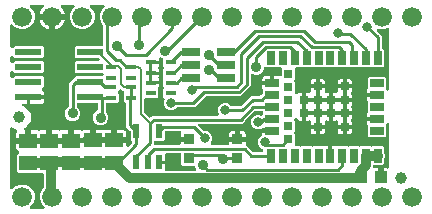
<source format=gbr>
G04 EAGLE Gerber RS-274X export*
G75*
%MOMM*%
%FSLAX34Y34*%
%LPD*%
%INTop Copper*%
%IPPOS*%
%AMOC8*
5,1,8,0,0,1.08239X$1,22.5*%
G01*
%ADD10C,1.000000*%
%ADD11C,1.676400*%
%ADD12R,0.700000X1.150000*%
%ADD13R,1.150000X0.700000*%
%ADD14R,0.700000X0.700000*%
%ADD15R,0.900000X0.900000*%
%ADD16R,1.500000X1.240000*%
%ADD17R,0.550000X1.200000*%
%ADD18R,1.075000X1.000000*%
%ADD19R,1.600000X0.700000*%
%ADD20R,2.200000X0.600000*%
%ADD21R,0.900000X0.450000*%
%ADD22C,0.806400*%
%ADD23C,0.906400*%
%ADD24C,0.254000*%
%ADD25C,0.800100*%
%ADD26C,0.812800*%
%ADD27C,0.203200*%

G36*
X30604Y2558D02*
X30604Y2558D01*
X30743Y2571D01*
X30762Y2578D01*
X30782Y2581D01*
X30911Y2632D01*
X31042Y2679D01*
X31059Y2690D01*
X31078Y2698D01*
X31190Y2779D01*
X31305Y2857D01*
X31319Y2873D01*
X31335Y2884D01*
X31424Y2992D01*
X31516Y3096D01*
X31525Y3114D01*
X31538Y3129D01*
X31597Y3255D01*
X31660Y3379D01*
X31665Y3399D01*
X31673Y3417D01*
X31699Y3553D01*
X31730Y3689D01*
X31729Y3710D01*
X31733Y3729D01*
X31724Y3868D01*
X31720Y4007D01*
X31715Y4027D01*
X31713Y4047D01*
X31671Y4179D01*
X31632Y4313D01*
X31622Y4330D01*
X31615Y4349D01*
X31541Y4467D01*
X31470Y4587D01*
X31452Y4608D01*
X31445Y4618D01*
X31430Y4632D01*
X31364Y4707D01*
X29271Y6801D01*
X27685Y10628D01*
X27685Y14772D01*
X29271Y18599D01*
X30489Y19817D01*
X30549Y19895D01*
X30617Y19968D01*
X30646Y20021D01*
X30683Y20068D01*
X30723Y20159D01*
X30771Y20246D01*
X30786Y20305D01*
X30810Y20360D01*
X30825Y20458D01*
X30850Y20554D01*
X30856Y20654D01*
X30860Y20674D01*
X30858Y20687D01*
X30860Y20715D01*
X30860Y31798D01*
X30845Y31916D01*
X30838Y32035D01*
X30825Y32073D01*
X30820Y32114D01*
X30777Y32224D01*
X30740Y32337D01*
X30718Y32372D01*
X30703Y32409D01*
X30634Y32505D01*
X30570Y32606D01*
X30540Y32634D01*
X30517Y32667D01*
X30425Y32743D01*
X30338Y32824D01*
X30303Y32844D01*
X30272Y32869D01*
X30164Y32920D01*
X30060Y32978D01*
X30020Y32988D01*
X29984Y33005D01*
X29867Y33027D01*
X29752Y33057D01*
X29692Y33061D01*
X29672Y33065D01*
X29651Y33063D01*
X29591Y33067D01*
X26864Y33067D01*
X26790Y33084D01*
X26750Y33083D01*
X26710Y33089D01*
X26591Y33078D01*
X26472Y33074D01*
X26449Y33067D01*
X9438Y33067D01*
X8247Y34258D01*
X8247Y48342D01*
X9612Y49707D01*
X9689Y49806D01*
X9771Y49901D01*
X9786Y49931D01*
X9807Y49958D01*
X9857Y50073D01*
X9913Y50186D01*
X9920Y50219D01*
X9933Y50250D01*
X9953Y50374D01*
X9979Y50497D01*
X9978Y50531D01*
X9983Y50564D01*
X9972Y50689D01*
X9966Y50815D01*
X9957Y50847D01*
X9953Y50881D01*
X9911Y50999D01*
X9875Y51119D01*
X9857Y51148D01*
X9846Y51180D01*
X9775Y51284D01*
X9710Y51392D01*
X9686Y51415D01*
X9667Y51443D01*
X9573Y51526D01*
X9483Y51614D01*
X9443Y51641D01*
X9429Y51654D01*
X9409Y51664D01*
X9349Y51704D01*
X8720Y52067D01*
X8247Y52540D01*
X7912Y53119D01*
X7739Y53766D01*
X7739Y57761D01*
X16510Y57761D01*
X16628Y57776D01*
X16747Y57783D01*
X16785Y57796D01*
X16825Y57801D01*
X16936Y57844D01*
X17049Y57881D01*
X17084Y57903D01*
X17121Y57918D01*
X17217Y57988D01*
X17318Y58051D01*
X17346Y58081D01*
X17378Y58105D01*
X17454Y58196D01*
X17536Y58283D01*
X17555Y58318D01*
X17581Y58349D01*
X17632Y58457D01*
X17689Y58561D01*
X17700Y58601D01*
X17717Y58637D01*
X17739Y58754D01*
X17769Y58869D01*
X17773Y58930D01*
X17777Y58950D01*
X17775Y58970D01*
X17779Y59030D01*
X17779Y60301D01*
X17781Y60301D01*
X17781Y59030D01*
X17796Y58912D01*
X17803Y58793D01*
X17816Y58755D01*
X17821Y58715D01*
X17865Y58603D01*
X17901Y58491D01*
X17923Y58456D01*
X17938Y58419D01*
X18008Y58322D01*
X18071Y58222D01*
X18101Y58194D01*
X18125Y58161D01*
X18216Y58086D01*
X18303Y58004D01*
X18338Y57984D01*
X18370Y57959D01*
X18477Y57908D01*
X18581Y57850D01*
X18621Y57840D01*
X18657Y57823D01*
X18774Y57801D01*
X18889Y57771D01*
X18950Y57767D01*
X18970Y57763D01*
X18990Y57765D01*
X19050Y57761D01*
X34290Y57761D01*
X34408Y57776D01*
X34527Y57783D01*
X34565Y57796D01*
X34605Y57801D01*
X34716Y57844D01*
X34829Y57881D01*
X34864Y57903D01*
X34901Y57918D01*
X34997Y57988D01*
X35098Y58051D01*
X35126Y58081D01*
X35158Y58105D01*
X35234Y58196D01*
X35316Y58283D01*
X35335Y58318D01*
X35361Y58349D01*
X35412Y58457D01*
X35469Y58561D01*
X35480Y58601D01*
X35497Y58637D01*
X35519Y58754D01*
X35549Y58869D01*
X35553Y58930D01*
X35557Y58950D01*
X35555Y58970D01*
X35559Y59030D01*
X35559Y60301D01*
X35561Y60301D01*
X35561Y59030D01*
X35576Y58912D01*
X35583Y58793D01*
X35596Y58755D01*
X35601Y58715D01*
X35645Y58603D01*
X35681Y58491D01*
X35703Y58456D01*
X35718Y58419D01*
X35788Y58322D01*
X35851Y58222D01*
X35881Y58194D01*
X35905Y58161D01*
X35996Y58086D01*
X36083Y58004D01*
X36118Y57984D01*
X36150Y57959D01*
X36257Y57908D01*
X36361Y57850D01*
X36401Y57840D01*
X36437Y57823D01*
X36554Y57801D01*
X36669Y57771D01*
X36730Y57767D01*
X36750Y57763D01*
X36770Y57765D01*
X36830Y57761D01*
X42284Y57761D01*
X42402Y57776D01*
X42521Y57783D01*
X42559Y57796D01*
X42600Y57801D01*
X42710Y57844D01*
X42823Y57881D01*
X42834Y57888D01*
X52324Y57888D01*
X52442Y57903D01*
X52561Y57910D01*
X52599Y57923D01*
X52639Y57928D01*
X52750Y57971D01*
X52863Y58008D01*
X52898Y58030D01*
X52935Y58045D01*
X53031Y58115D01*
X53132Y58178D01*
X53160Y58208D01*
X53192Y58232D01*
X53268Y58323D01*
X53350Y58410D01*
X53369Y58445D01*
X53395Y58476D01*
X53446Y58584D01*
X53503Y58688D01*
X53514Y58728D01*
X53531Y58764D01*
X53553Y58881D01*
X53583Y58996D01*
X53587Y59057D01*
X53591Y59077D01*
X53589Y59097D01*
X53593Y59157D01*
X53593Y60428D01*
X53595Y60428D01*
X53595Y59157D01*
X53610Y59039D01*
X53617Y58920D01*
X53630Y58882D01*
X53635Y58842D01*
X53679Y58731D01*
X53715Y58618D01*
X53737Y58583D01*
X53752Y58546D01*
X53822Y58450D01*
X53885Y58349D01*
X53915Y58321D01*
X53939Y58288D01*
X54030Y58213D01*
X54117Y58131D01*
X54152Y58111D01*
X54184Y58086D01*
X54291Y58035D01*
X54395Y57977D01*
X54435Y57967D01*
X54471Y57950D01*
X54588Y57928D01*
X54703Y57898D01*
X54764Y57894D01*
X54784Y57890D01*
X54804Y57892D01*
X54864Y57888D01*
X61080Y57888D01*
X61198Y57903D01*
X61317Y57910D01*
X61355Y57923D01*
X61396Y57928D01*
X61506Y57971D01*
X61619Y58008D01*
X61630Y58015D01*
X71120Y58015D01*
X71238Y58030D01*
X71357Y58037D01*
X71395Y58050D01*
X71435Y58055D01*
X71546Y58098D01*
X71659Y58135D01*
X71694Y58157D01*
X71731Y58172D01*
X71827Y58242D01*
X71928Y58305D01*
X71956Y58335D01*
X71988Y58359D01*
X72064Y58450D01*
X72146Y58537D01*
X72165Y58572D01*
X72191Y58603D01*
X72242Y58711D01*
X72299Y58815D01*
X72310Y58855D01*
X72327Y58891D01*
X72349Y59008D01*
X72379Y59123D01*
X72383Y59184D01*
X72387Y59204D01*
X72385Y59224D01*
X72389Y59284D01*
X72389Y60555D01*
X72391Y60555D01*
X72391Y59284D01*
X72406Y59166D01*
X72413Y59047D01*
X72426Y59009D01*
X72431Y58969D01*
X72475Y58858D01*
X72511Y58745D01*
X72533Y58710D01*
X72548Y58673D01*
X72618Y58577D01*
X72681Y58476D01*
X72711Y58448D01*
X72735Y58415D01*
X72826Y58340D01*
X72913Y58258D01*
X72948Y58238D01*
X72980Y58213D01*
X73087Y58162D01*
X73191Y58104D01*
X73231Y58094D01*
X73267Y58077D01*
X73384Y58055D01*
X73499Y58025D01*
X73560Y58021D01*
X73580Y58017D01*
X73600Y58019D01*
X73660Y58015D01*
X89408Y58015D01*
X89526Y58030D01*
X89645Y58037D01*
X89683Y58050D01*
X89723Y58055D01*
X89834Y58098D01*
X89947Y58135D01*
X89982Y58157D01*
X90019Y58172D01*
X90115Y58242D01*
X90216Y58305D01*
X90244Y58335D01*
X90276Y58359D01*
X90352Y58450D01*
X90434Y58537D01*
X90453Y58572D01*
X90479Y58603D01*
X90530Y58711D01*
X90587Y58815D01*
X90598Y58855D01*
X90615Y58891D01*
X90637Y59008D01*
X90667Y59123D01*
X90671Y59184D01*
X90675Y59204D01*
X90673Y59224D01*
X90677Y59284D01*
X90677Y60555D01*
X90679Y60555D01*
X90679Y59284D01*
X90694Y59166D01*
X90701Y59047D01*
X90714Y59009D01*
X90719Y58969D01*
X90763Y58858D01*
X90799Y58745D01*
X90821Y58710D01*
X90836Y58673D01*
X90906Y58577D01*
X90969Y58476D01*
X90999Y58448D01*
X91023Y58415D01*
X91114Y58340D01*
X91201Y58258D01*
X91236Y58238D01*
X91268Y58213D01*
X91375Y58162D01*
X91479Y58104D01*
X91519Y58094D01*
X91555Y58077D01*
X91672Y58055D01*
X91787Y58025D01*
X91848Y58021D01*
X91868Y58017D01*
X91888Y58019D01*
X91948Y58015D01*
X100719Y58015D01*
X100719Y56384D01*
X100736Y56246D01*
X100749Y56107D01*
X100756Y56088D01*
X100759Y56068D01*
X100810Y55939D01*
X100857Y55808D01*
X100868Y55791D01*
X100876Y55773D01*
X100957Y55660D01*
X101035Y55545D01*
X101051Y55532D01*
X101062Y55515D01*
X101170Y55426D01*
X101274Y55334D01*
X101292Y55325D01*
X101307Y55312D01*
X101433Y55253D01*
X101557Y55190D01*
X101577Y55185D01*
X101595Y55177D01*
X101731Y55151D01*
X101867Y55120D01*
X101888Y55121D01*
X101907Y55117D01*
X102046Y55126D01*
X102185Y55130D01*
X102205Y55136D01*
X102225Y55137D01*
X102357Y55180D01*
X102491Y55218D01*
X102508Y55229D01*
X102527Y55235D01*
X102645Y55309D01*
X102765Y55380D01*
X102786Y55398D01*
X102796Y55405D01*
X102810Y55420D01*
X102885Y55486D01*
X105698Y58298D01*
X105758Y58377D01*
X105826Y58449D01*
X105855Y58502D01*
X105892Y58550D01*
X105932Y58641D01*
X105980Y58727D01*
X105995Y58786D01*
X106019Y58841D01*
X106034Y58939D01*
X106059Y59035D01*
X106065Y59135D01*
X106069Y59156D01*
X106067Y59168D01*
X106069Y59196D01*
X106069Y59270D01*
X106057Y59368D01*
X106054Y59467D01*
X106037Y59526D01*
X106029Y59586D01*
X105993Y59678D01*
X105965Y59773D01*
X105935Y59825D01*
X105912Y59881D01*
X105854Y59962D01*
X105804Y60047D01*
X105738Y60122D01*
X105726Y60139D01*
X105716Y60147D01*
X105698Y60168D01*
X104589Y61276D01*
X104589Y67704D01*
X104577Y67802D01*
X104574Y67901D01*
X104557Y67960D01*
X104549Y68020D01*
X104513Y68112D01*
X104485Y68207D01*
X104455Y68259D01*
X104432Y68315D01*
X104374Y68395D01*
X104324Y68481D01*
X104258Y68556D01*
X104246Y68573D01*
X104236Y68581D01*
X104218Y68602D01*
X100837Y71982D01*
X100837Y91176D01*
X100822Y91294D01*
X100815Y91413D01*
X100802Y91451D01*
X100797Y91492D01*
X100754Y91602D01*
X100717Y91715D01*
X100695Y91750D01*
X100680Y91787D01*
X100611Y91883D01*
X100547Y91984D01*
X100517Y92012D01*
X100494Y92045D01*
X100402Y92121D01*
X100315Y92202D01*
X100280Y92222D01*
X100249Y92247D01*
X100141Y92298D01*
X100037Y92356D01*
X99997Y92366D01*
X99961Y92383D01*
X99844Y92405D01*
X99729Y92435D01*
X99685Y92438D01*
X98487Y93636D01*
X98487Y99820D01*
X98862Y100195D01*
X98947Y100304D01*
X99036Y100411D01*
X99044Y100430D01*
X99057Y100446D01*
X99112Y100574D01*
X99171Y100699D01*
X99175Y100719D01*
X99183Y100738D01*
X99205Y100876D01*
X99231Y101012D01*
X99230Y101032D01*
X99233Y101052D01*
X99220Y101191D01*
X99211Y101329D01*
X99205Y101348D01*
X99203Y101368D01*
X99156Y101499D01*
X99113Y101631D01*
X99102Y101649D01*
X99096Y101668D01*
X99018Y101782D01*
X98943Y101900D01*
X98928Y101914D01*
X98917Y101931D01*
X98813Y102023D01*
X98711Y102118D01*
X98694Y102128D01*
X98679Y102141D01*
X98555Y102204D01*
X98433Y102272D01*
X98413Y102277D01*
X98395Y102286D01*
X98259Y102316D01*
X98125Y102351D01*
X98097Y102353D01*
X98085Y102356D01*
X98065Y102355D01*
X97964Y102361D01*
X97797Y102361D01*
X96719Y103439D01*
X96610Y103524D01*
X96503Y103613D01*
X96484Y103622D01*
X96468Y103634D01*
X96341Y103689D01*
X96215Y103748D01*
X96195Y103752D01*
X96176Y103760D01*
X96038Y103782D01*
X95902Y103808D01*
X95882Y103807D01*
X95862Y103810D01*
X95723Y103797D01*
X95585Y103788D01*
X95566Y103782D01*
X95546Y103780D01*
X95414Y103733D01*
X95283Y103690D01*
X95265Y103680D01*
X95246Y103673D01*
X95131Y103595D01*
X95014Y103520D01*
X95000Y103505D01*
X94983Y103494D01*
X94891Y103390D01*
X94796Y103289D01*
X94786Y103271D01*
X94773Y103256D01*
X94709Y103132D01*
X94642Y103010D01*
X94637Y102991D01*
X94628Y102972D01*
X94598Y102837D01*
X94563Y102702D01*
X94561Y102674D01*
X94558Y102662D01*
X94559Y102642D01*
X94042Y102125D01*
X93969Y102031D01*
X93890Y101942D01*
X93872Y101906D01*
X93847Y101874D01*
X93800Y101765D01*
X93746Y101659D01*
X93737Y101620D01*
X93721Y101582D01*
X93702Y101465D01*
X93676Y101349D01*
X93677Y101308D01*
X93671Y101268D01*
X93682Y101149D01*
X93686Y101031D01*
X93697Y100992D01*
X93701Y100952D01*
X93741Y100840D01*
X93774Y100725D01*
X93795Y100690D01*
X93808Y100652D01*
X93875Y100554D01*
X93936Y100451D01*
X93976Y100406D01*
X93987Y100389D01*
X94002Y100376D01*
X94042Y100330D01*
X94553Y99820D01*
X94553Y93636D01*
X93362Y92445D01*
X84674Y92445D01*
X84556Y92430D01*
X84437Y92423D01*
X84399Y92410D01*
X84358Y92405D01*
X84248Y92362D01*
X84135Y92325D01*
X84100Y92303D01*
X84063Y92288D01*
X83967Y92219D01*
X83866Y92155D01*
X83838Y92125D01*
X83805Y92102D01*
X83729Y92010D01*
X83648Y91923D01*
X83628Y91888D01*
X83603Y91857D01*
X83552Y91749D01*
X83494Y91645D01*
X83484Y91605D01*
X83467Y91569D01*
X83445Y91452D01*
X83415Y91337D01*
X83411Y91277D01*
X83407Y91257D01*
X83409Y91236D01*
X83405Y91176D01*
X83405Y85195D01*
X83417Y85097D01*
X83420Y84998D01*
X83437Y84940D01*
X83445Y84879D01*
X83481Y84787D01*
X83509Y84692D01*
X83539Y84640D01*
X83562Y84584D01*
X83620Y84504D01*
X83670Y84418D01*
X83736Y84343D01*
X83748Y84326D01*
X83758Y84319D01*
X83776Y84297D01*
X84559Y83515D01*
X85559Y81102D01*
X85559Y78490D01*
X84559Y76077D01*
X82713Y74231D01*
X80300Y73231D01*
X77688Y73231D01*
X75275Y74231D01*
X73429Y76077D01*
X72429Y78490D01*
X72429Y81102D01*
X73429Y83515D01*
X75275Y85361D01*
X76016Y85668D01*
X76041Y85683D01*
X76069Y85692D01*
X76179Y85761D01*
X76292Y85826D01*
X76313Y85846D01*
X76338Y85862D01*
X76427Y85957D01*
X76520Y86047D01*
X76536Y86072D01*
X76556Y86093D01*
X76619Y86207D01*
X76687Y86318D01*
X76695Y86346D01*
X76710Y86372D01*
X76742Y86498D01*
X76780Y86622D01*
X76782Y86651D01*
X76789Y86680D01*
X76799Y86841D01*
X76799Y90980D01*
X76784Y91098D01*
X76777Y91217D01*
X76764Y91255D01*
X76759Y91296D01*
X76716Y91406D01*
X76679Y91519D01*
X76657Y91554D01*
X76642Y91591D01*
X76573Y91687D01*
X76509Y91788D01*
X76479Y91816D01*
X76456Y91849D01*
X76364Y91925D01*
X76277Y92006D01*
X76242Y92026D01*
X76211Y92051D01*
X76103Y92102D01*
X75999Y92160D01*
X75959Y92170D01*
X75923Y92187D01*
X75806Y92209D01*
X75691Y92239D01*
X75631Y92243D01*
X75611Y92247D01*
X75590Y92245D01*
X75530Y92249D01*
X59944Y92249D01*
X59826Y92234D01*
X59707Y92227D01*
X59669Y92214D01*
X59628Y92209D01*
X59518Y92166D01*
X59405Y92129D01*
X59370Y92107D01*
X59333Y92092D01*
X59237Y92023D01*
X59136Y91959D01*
X59108Y91929D01*
X59075Y91906D01*
X58999Y91814D01*
X58918Y91727D01*
X58898Y91692D01*
X58873Y91661D01*
X58822Y91553D01*
X58764Y91449D01*
X58754Y91409D01*
X58737Y91373D01*
X58715Y91256D01*
X58685Y91141D01*
X58681Y91081D01*
X58677Y91061D01*
X58679Y91040D01*
X58675Y90980D01*
X58675Y89819D01*
X58687Y89721D01*
X58690Y89622D01*
X58707Y89564D01*
X58715Y89503D01*
X58751Y89411D01*
X58779Y89316D01*
X58809Y89264D01*
X58832Y89208D01*
X58890Y89128D01*
X58940Y89042D01*
X59006Y88967D01*
X59018Y88950D01*
X59028Y88943D01*
X59046Y88921D01*
X60937Y87031D01*
X61937Y84618D01*
X61937Y82006D01*
X60937Y79593D01*
X59091Y77747D01*
X56678Y76747D01*
X54066Y76747D01*
X51653Y77747D01*
X49807Y79593D01*
X48807Y82006D01*
X48807Y84618D01*
X49807Y87031D01*
X51698Y88921D01*
X51758Y89000D01*
X51826Y89072D01*
X51855Y89125D01*
X51892Y89173D01*
X51932Y89264D01*
X51980Y89350D01*
X51995Y89409D01*
X52019Y89465D01*
X52034Y89563D01*
X52059Y89658D01*
X52065Y89758D01*
X52069Y89779D01*
X52067Y89791D01*
X52069Y89819D01*
X52069Y108810D01*
X56538Y113278D01*
X56598Y113356D01*
X56666Y113429D01*
X56695Y113482D01*
X56732Y113530D01*
X56772Y113621D01*
X56820Y113707D01*
X56829Y113744D01*
X58100Y115015D01*
X80218Y115015D01*
X80336Y115030D01*
X80455Y115037D01*
X80493Y115050D01*
X80534Y115055D01*
X80644Y115098D01*
X80757Y115135D01*
X80792Y115157D01*
X80829Y115172D01*
X80925Y115241D01*
X81026Y115305D01*
X81054Y115335D01*
X81087Y115358D01*
X81163Y115450D01*
X81244Y115537D01*
X81264Y115572D01*
X81289Y115603D01*
X81340Y115711D01*
X81398Y115815D01*
X81408Y115855D01*
X81425Y115891D01*
X81447Y116008D01*
X81477Y116123D01*
X81481Y116183D01*
X81485Y116203D01*
X81483Y116224D01*
X81487Y116284D01*
X81487Y116380D01*
X81472Y116498D01*
X81465Y116617D01*
X81452Y116655D01*
X81447Y116696D01*
X81404Y116806D01*
X81367Y116919D01*
X81345Y116954D01*
X81330Y116991D01*
X81261Y117087D01*
X81197Y117188D01*
X81167Y117216D01*
X81144Y117249D01*
X81052Y117325D01*
X80965Y117406D01*
X80930Y117426D01*
X80899Y117451D01*
X80791Y117502D01*
X80687Y117560D01*
X80647Y117570D01*
X80611Y117587D01*
X80494Y117609D01*
X80379Y117639D01*
X80319Y117643D01*
X80299Y117647D01*
X80278Y117645D01*
X80218Y117649D01*
X58100Y117649D01*
X56909Y118840D01*
X56909Y126524D01*
X58100Y127715D01*
X76999Y127715D01*
X77137Y127732D01*
X77276Y127745D01*
X77295Y127752D01*
X77315Y127755D01*
X77444Y127806D01*
X77575Y127853D01*
X77592Y127864D01*
X77611Y127872D01*
X77723Y127953D01*
X77838Y128032D01*
X77852Y128047D01*
X77868Y128058D01*
X77957Y128166D01*
X78049Y128270D01*
X78058Y128288D01*
X78071Y128303D01*
X78130Y128429D01*
X78193Y128553D01*
X78198Y128573D01*
X78206Y128591D01*
X78232Y128727D01*
X78263Y128864D01*
X78262Y128884D01*
X78266Y128903D01*
X78258Y129042D01*
X78253Y129181D01*
X78248Y129201D01*
X78246Y129221D01*
X78204Y129353D01*
X78165Y129487D01*
X78155Y129504D01*
X78148Y129523D01*
X78074Y129641D01*
X78003Y129761D01*
X77985Y129782D01*
X77978Y129792D01*
X77963Y129806D01*
X77897Y129882D01*
X77801Y129978D01*
X77723Y130038D01*
X77651Y130106D01*
X77597Y130135D01*
X77549Y130173D01*
X77459Y130212D01*
X77372Y130260D01*
X77313Y130275D01*
X77258Y130299D01*
X77160Y130314D01*
X77064Y130339D01*
X76964Y130345D01*
X76943Y130349D01*
X76931Y130347D01*
X76903Y130349D01*
X58100Y130349D01*
X56909Y131540D01*
X56909Y139224D01*
X58100Y140415D01*
X79672Y140415D01*
X79790Y140430D01*
X79909Y140437D01*
X79947Y140450D01*
X79988Y140455D01*
X80098Y140498D01*
X80211Y140535D01*
X80246Y140557D01*
X80283Y140572D01*
X80379Y140641D01*
X80480Y140705D01*
X80508Y140735D01*
X80541Y140758D01*
X80617Y140850D01*
X80698Y140937D01*
X80718Y140972D01*
X80743Y141003D01*
X80794Y141111D01*
X80852Y141215D01*
X80862Y141255D01*
X80879Y141291D01*
X80901Y141408D01*
X80931Y141523D01*
X80935Y141583D01*
X80939Y141603D01*
X80937Y141624D01*
X80941Y141684D01*
X80941Y157804D01*
X80929Y157903D01*
X80926Y158002D01*
X80909Y158060D01*
X80901Y158120D01*
X80865Y158212D01*
X80837Y158307D01*
X80807Y158359D01*
X80784Y158416D01*
X80726Y158496D01*
X80676Y158581D01*
X80610Y158656D01*
X80598Y158673D01*
X80588Y158681D01*
X80569Y158702D01*
X80071Y159201D01*
X78485Y163028D01*
X78485Y167172D01*
X80071Y170999D01*
X82164Y173093D01*
X82249Y173202D01*
X82338Y173309D01*
X82346Y173328D01*
X82359Y173344D01*
X82414Y173472D01*
X82473Y173597D01*
X82477Y173617D01*
X82485Y173636D01*
X82507Y173774D01*
X82533Y173910D01*
X82532Y173930D01*
X82535Y173950D01*
X82522Y174089D01*
X82513Y174227D01*
X82507Y174246D01*
X82505Y174266D01*
X82458Y174398D01*
X82415Y174529D01*
X82404Y174547D01*
X82398Y174566D01*
X82320Y174681D01*
X82245Y174798D01*
X82230Y174812D01*
X82219Y174829D01*
X82115Y174921D01*
X82014Y175016D01*
X81996Y175026D01*
X81981Y175039D01*
X81856Y175103D01*
X81735Y175170D01*
X81715Y175175D01*
X81697Y175184D01*
X81562Y175214D01*
X81427Y175249D01*
X81399Y175251D01*
X81387Y175254D01*
X81367Y175253D01*
X81266Y175259D01*
X71134Y175259D01*
X70996Y175242D01*
X70857Y175229D01*
X70838Y175222D01*
X70818Y175219D01*
X70689Y175168D01*
X70558Y175121D01*
X70541Y175110D01*
X70522Y175102D01*
X70410Y175021D01*
X70295Y174943D01*
X70281Y174927D01*
X70265Y174916D01*
X70176Y174808D01*
X70084Y174704D01*
X70075Y174686D01*
X70062Y174671D01*
X70003Y174545D01*
X69940Y174421D01*
X69935Y174401D01*
X69927Y174383D01*
X69901Y174247D01*
X69870Y174111D01*
X69871Y174090D01*
X69867Y174071D01*
X69876Y173932D01*
X69880Y173793D01*
X69885Y173773D01*
X69887Y173753D01*
X69929Y173621D01*
X69968Y173487D01*
X69978Y173470D01*
X69985Y173451D01*
X70059Y173333D01*
X70130Y173213D01*
X70148Y173192D01*
X70155Y173182D01*
X70170Y173168D01*
X70236Y173093D01*
X72329Y170999D01*
X73915Y167172D01*
X73915Y163028D01*
X72329Y159201D01*
X69399Y156271D01*
X65572Y154685D01*
X61428Y154685D01*
X57601Y156271D01*
X54671Y159201D01*
X53085Y163028D01*
X53085Y167172D01*
X54671Y170999D01*
X56764Y173093D01*
X56849Y173202D01*
X56938Y173309D01*
X56946Y173328D01*
X56959Y173344D01*
X57014Y173472D01*
X57073Y173597D01*
X57077Y173617D01*
X57085Y173636D01*
X57107Y173774D01*
X57133Y173910D01*
X57132Y173930D01*
X57135Y173950D01*
X57122Y174089D01*
X57113Y174227D01*
X57107Y174246D01*
X57105Y174266D01*
X57058Y174398D01*
X57015Y174529D01*
X57004Y174547D01*
X56998Y174566D01*
X56920Y174681D01*
X56845Y174798D01*
X56830Y174812D01*
X56819Y174829D01*
X56715Y174921D01*
X56614Y175016D01*
X56596Y175026D01*
X56581Y175039D01*
X56456Y175103D01*
X56335Y175170D01*
X56315Y175175D01*
X56297Y175184D01*
X56162Y175214D01*
X56027Y175249D01*
X55999Y175251D01*
X55987Y175254D01*
X55967Y175253D01*
X55866Y175259D01*
X46452Y175259D01*
X46314Y175242D01*
X46176Y175229D01*
X46157Y175222D01*
X46136Y175219D01*
X46007Y175168D01*
X45876Y175121D01*
X45860Y175110D01*
X45841Y175102D01*
X45729Y175021D01*
X45613Y174943D01*
X45600Y174927D01*
X45583Y174916D01*
X45495Y174808D01*
X45403Y174704D01*
X45394Y174686D01*
X45381Y174671D01*
X45321Y174545D01*
X45258Y174421D01*
X45254Y174401D01*
X45245Y174383D01*
X45219Y174246D01*
X45189Y174111D01*
X45189Y174090D01*
X45185Y174071D01*
X45194Y173932D01*
X45198Y173793D01*
X45204Y173773D01*
X45205Y173753D01*
X45248Y173621D01*
X45287Y173487D01*
X45297Y173470D01*
X45303Y173451D01*
X45377Y173333D01*
X45448Y173213D01*
X45467Y173192D01*
X45473Y173182D01*
X45488Y173168D01*
X45555Y173093D01*
X46431Y172216D01*
X47442Y170825D01*
X48223Y169293D01*
X48754Y167658D01*
X48763Y167599D01*
X39330Y167599D01*
X39212Y167584D01*
X39093Y167577D01*
X39055Y167564D01*
X39015Y167559D01*
X38904Y167516D01*
X38791Y167479D01*
X38757Y167457D01*
X38719Y167442D01*
X38623Y167373D01*
X38522Y167309D01*
X38494Y167279D01*
X38462Y167256D01*
X38386Y167164D01*
X38304Y167077D01*
X38285Y167042D01*
X38259Y167011D01*
X38208Y166903D01*
X38151Y166799D01*
X38141Y166759D01*
X38123Y166723D01*
X38103Y166616D01*
X38099Y166646D01*
X38055Y166756D01*
X38019Y166869D01*
X37997Y166904D01*
X37982Y166941D01*
X37912Y167037D01*
X37849Y167138D01*
X37819Y167166D01*
X37795Y167199D01*
X37704Y167275D01*
X37617Y167356D01*
X37582Y167376D01*
X37550Y167401D01*
X37443Y167452D01*
X37338Y167510D01*
X37299Y167520D01*
X37263Y167537D01*
X37146Y167559D01*
X37030Y167589D01*
X36970Y167593D01*
X36950Y167597D01*
X36930Y167595D01*
X36870Y167599D01*
X27437Y167599D01*
X27446Y167658D01*
X27977Y169293D01*
X28758Y170825D01*
X29769Y172216D01*
X30645Y173093D01*
X30730Y173202D01*
X30819Y173309D01*
X30828Y173328D01*
X30840Y173344D01*
X30896Y173472D01*
X30955Y173597D01*
X30959Y173617D01*
X30967Y173636D01*
X30989Y173774D01*
X31015Y173910D01*
X31013Y173930D01*
X31017Y173950D01*
X31004Y174089D01*
X30995Y174227D01*
X30989Y174246D01*
X30987Y174266D01*
X30940Y174398D01*
X30897Y174529D01*
X30886Y174547D01*
X30879Y174566D01*
X30801Y174681D01*
X30727Y174798D01*
X30712Y174812D01*
X30701Y174829D01*
X30597Y174921D01*
X30495Y175016D01*
X30477Y175026D01*
X30462Y175039D01*
X30338Y175102D01*
X30217Y175170D01*
X30197Y175175D01*
X30179Y175184D01*
X30043Y175214D01*
X29909Y175249D01*
X29881Y175251D01*
X29869Y175254D01*
X29848Y175253D01*
X29748Y175259D01*
X20334Y175259D01*
X20196Y175242D01*
X20057Y175229D01*
X20038Y175222D01*
X20018Y175219D01*
X19889Y175168D01*
X19758Y175121D01*
X19741Y175110D01*
X19722Y175102D01*
X19610Y175021D01*
X19495Y174943D01*
X19481Y174927D01*
X19465Y174916D01*
X19376Y174808D01*
X19284Y174704D01*
X19275Y174686D01*
X19262Y174671D01*
X19203Y174545D01*
X19140Y174421D01*
X19135Y174401D01*
X19127Y174383D01*
X19101Y174247D01*
X19070Y174111D01*
X19071Y174090D01*
X19067Y174071D01*
X19076Y173932D01*
X19080Y173793D01*
X19085Y173773D01*
X19087Y173753D01*
X19129Y173621D01*
X19168Y173487D01*
X19178Y173470D01*
X19185Y173451D01*
X19259Y173333D01*
X19330Y173213D01*
X19348Y173192D01*
X19355Y173182D01*
X19370Y173168D01*
X19436Y173093D01*
X21529Y170999D01*
X23115Y167172D01*
X23115Y163028D01*
X21529Y159201D01*
X18599Y156271D01*
X14772Y154685D01*
X10628Y154685D01*
X6801Y156271D01*
X4707Y158364D01*
X4598Y158449D01*
X4491Y158538D01*
X4472Y158546D01*
X4456Y158559D01*
X4328Y158614D01*
X4203Y158673D01*
X4183Y158677D01*
X4164Y158685D01*
X4026Y158707D01*
X3890Y158733D01*
X3870Y158732D01*
X3850Y158735D01*
X3711Y158722D01*
X3573Y158713D01*
X3554Y158707D01*
X3534Y158705D01*
X3402Y158658D01*
X3271Y158615D01*
X3253Y158604D01*
X3234Y158598D01*
X3119Y158520D01*
X3002Y158445D01*
X2988Y158430D01*
X2971Y158419D01*
X2879Y158315D01*
X2784Y158214D01*
X2774Y158196D01*
X2761Y158181D01*
X2697Y158056D01*
X2630Y157935D01*
X2625Y157915D01*
X2616Y157897D01*
X2586Y157762D01*
X2551Y157627D01*
X2549Y157599D01*
X2546Y157587D01*
X2547Y157567D01*
X2541Y157466D01*
X2541Y139920D01*
X2558Y139782D01*
X2571Y139643D01*
X2578Y139624D01*
X2581Y139604D01*
X2632Y139475D01*
X2679Y139344D01*
X2690Y139327D01*
X2698Y139308D01*
X2779Y139196D01*
X2857Y139081D01*
X2873Y139068D01*
X2884Y139051D01*
X2992Y138962D01*
X3096Y138870D01*
X3114Y138861D01*
X3129Y138848D01*
X3255Y138789D01*
X3379Y138726D01*
X3399Y138721D01*
X3417Y138713D01*
X3554Y138687D01*
X3689Y138656D01*
X3710Y138657D01*
X3729Y138653D01*
X3868Y138662D01*
X4007Y138666D01*
X4027Y138671D01*
X4047Y138673D01*
X4179Y138716D01*
X4313Y138754D01*
X4330Y138765D01*
X4349Y138771D01*
X4467Y138845D01*
X4587Y138916D01*
X4608Y138934D01*
X4618Y138941D01*
X4632Y138956D01*
X4707Y139022D01*
X6100Y140415D01*
X29784Y140415D01*
X30975Y139224D01*
X30975Y131540D01*
X29784Y130349D01*
X6100Y130349D01*
X4707Y131742D01*
X4598Y131827D01*
X4491Y131916D01*
X4472Y131924D01*
X4456Y131937D01*
X4328Y131992D01*
X4203Y132051D01*
X4183Y132055D01*
X4164Y132063D01*
X4026Y132085D01*
X3890Y132111D01*
X3870Y132110D01*
X3850Y132113D01*
X3711Y132100D01*
X3573Y132091D01*
X3554Y132085D01*
X3534Y132083D01*
X3402Y132036D01*
X3271Y131993D01*
X3253Y131982D01*
X3234Y131976D01*
X3119Y131897D01*
X3002Y131823D01*
X2988Y131808D01*
X2971Y131797D01*
X2879Y131693D01*
X2784Y131591D01*
X2774Y131574D01*
X2761Y131559D01*
X2697Y131434D01*
X2630Y131313D01*
X2625Y131293D01*
X2616Y131275D01*
X2586Y131139D01*
X2551Y131005D01*
X2549Y130977D01*
X2546Y130965D01*
X2547Y130945D01*
X2541Y130844D01*
X2541Y127220D01*
X2558Y127082D01*
X2571Y126943D01*
X2578Y126924D01*
X2581Y126904D01*
X2632Y126775D01*
X2679Y126644D01*
X2690Y126627D01*
X2698Y126608D01*
X2779Y126496D01*
X2857Y126381D01*
X2873Y126368D01*
X2884Y126351D01*
X2992Y126262D01*
X3096Y126170D01*
X3114Y126161D01*
X3129Y126148D01*
X3255Y126089D01*
X3379Y126026D01*
X3399Y126021D01*
X3417Y126013D01*
X3554Y125987D01*
X3689Y125956D01*
X3710Y125957D01*
X3729Y125953D01*
X3868Y125962D01*
X4007Y125966D01*
X4027Y125971D01*
X4047Y125973D01*
X4179Y126016D01*
X4313Y126054D01*
X4330Y126065D01*
X4349Y126071D01*
X4467Y126145D01*
X4587Y126216D01*
X4608Y126234D01*
X4618Y126241D01*
X4632Y126256D01*
X4707Y126322D01*
X6100Y127715D01*
X29784Y127715D01*
X30975Y126524D01*
X30975Y118840D01*
X29784Y117649D01*
X6100Y117649D01*
X4707Y119042D01*
X4598Y119127D01*
X4491Y119216D01*
X4472Y119224D01*
X4456Y119237D01*
X4328Y119292D01*
X4203Y119351D01*
X4183Y119355D01*
X4164Y119363D01*
X4026Y119385D01*
X3890Y119411D01*
X3870Y119410D01*
X3850Y119413D01*
X3711Y119400D01*
X3573Y119391D01*
X3554Y119385D01*
X3534Y119383D01*
X3402Y119336D01*
X3271Y119293D01*
X3253Y119282D01*
X3234Y119276D01*
X3119Y119197D01*
X3002Y119123D01*
X2988Y119108D01*
X2971Y119097D01*
X2879Y118993D01*
X2784Y118891D01*
X2774Y118874D01*
X2761Y118859D01*
X2697Y118734D01*
X2630Y118613D01*
X2625Y118593D01*
X2616Y118575D01*
X2586Y118439D01*
X2551Y118305D01*
X2549Y118277D01*
X2546Y118265D01*
X2547Y118245D01*
X2541Y118144D01*
X2541Y114520D01*
X2558Y114382D01*
X2571Y114243D01*
X2578Y114224D01*
X2581Y114204D01*
X2632Y114075D01*
X2679Y113944D01*
X2690Y113927D01*
X2698Y113908D01*
X2779Y113796D01*
X2857Y113681D01*
X2873Y113668D01*
X2884Y113651D01*
X2992Y113562D01*
X3096Y113470D01*
X3114Y113461D01*
X3129Y113448D01*
X3255Y113389D01*
X3379Y113326D01*
X3399Y113321D01*
X3417Y113313D01*
X3554Y113287D01*
X3689Y113256D01*
X3710Y113257D01*
X3729Y113253D01*
X3868Y113262D01*
X4007Y113266D01*
X4027Y113271D01*
X4047Y113273D01*
X4179Y113316D01*
X4313Y113354D01*
X4330Y113365D01*
X4349Y113371D01*
X4467Y113445D01*
X4587Y113516D01*
X4608Y113534D01*
X4618Y113541D01*
X4632Y113556D01*
X4707Y113622D01*
X6100Y115015D01*
X29784Y115015D01*
X30975Y113824D01*
X30975Y106140D01*
X29546Y104712D01*
X29469Y104612D01*
X29387Y104517D01*
X29372Y104487D01*
X29351Y104460D01*
X29301Y104345D01*
X29246Y104233D01*
X29239Y104200D01*
X29225Y104169D01*
X29205Y104044D01*
X29179Y103921D01*
X29181Y103888D01*
X29175Y103855D01*
X29187Y103729D01*
X29192Y103604D01*
X29202Y103571D01*
X29205Y103538D01*
X29248Y103420D01*
X29284Y103299D01*
X29301Y103270D01*
X29313Y103239D01*
X29383Y103135D01*
X29448Y103027D01*
X29472Y103003D01*
X29491Y102975D01*
X29586Y102892D01*
X29675Y102804D01*
X29716Y102777D01*
X29730Y102765D01*
X29749Y102755D01*
X29809Y102715D01*
X30502Y102315D01*
X30975Y101842D01*
X31310Y101263D01*
X31483Y100616D01*
X31483Y98781D01*
X18172Y98781D01*
X18054Y98766D01*
X17935Y98759D01*
X17897Y98746D01*
X17857Y98741D01*
X17746Y98698D01*
X17633Y98661D01*
X17599Y98639D01*
X17561Y98624D01*
X17465Y98555D01*
X17364Y98491D01*
X17336Y98461D01*
X17304Y98438D01*
X17228Y98346D01*
X17146Y98259D01*
X17127Y98224D01*
X17101Y98193D01*
X17081Y98150D01*
X17004Y98094D01*
X16904Y98031D01*
X16876Y98001D01*
X16843Y97977D01*
X16767Y97886D01*
X16686Y97799D01*
X16666Y97764D01*
X16641Y97732D01*
X16590Y97625D01*
X16532Y97520D01*
X16522Y97481D01*
X16505Y97445D01*
X16483Y97328D01*
X16453Y97212D01*
X16449Y97152D01*
X16445Y97132D01*
X16447Y97112D01*
X16443Y97052D01*
X16443Y91741D01*
X13986Y91741D01*
X13842Y91723D01*
X13697Y91708D01*
X13684Y91703D01*
X13670Y91701D01*
X13535Y91648D01*
X13398Y91597D01*
X13387Y91589D01*
X13375Y91584D01*
X13257Y91499D01*
X13137Y91416D01*
X13128Y91406D01*
X13117Y91398D01*
X13024Y91285D01*
X12929Y91175D01*
X12923Y91163D01*
X12915Y91153D01*
X12853Y91021D01*
X12788Y90890D01*
X12785Y90877D01*
X12779Y90865D01*
X12752Y90723D01*
X12721Y90579D01*
X12722Y90566D01*
X12719Y90553D01*
X12728Y90408D01*
X12734Y90262D01*
X12738Y90249D01*
X12739Y90235D01*
X12784Y90097D01*
X12826Y89957D01*
X12833Y89945D01*
X12837Y89933D01*
X12915Y89809D01*
X12990Y89685D01*
X13000Y89675D01*
X13007Y89664D01*
X13114Y89564D01*
X13217Y89462D01*
X13233Y89452D01*
X13239Y89446D01*
X13254Y89438D01*
X13351Y89373D01*
X17009Y87261D01*
X19689Y82620D01*
X19689Y77260D01*
X17009Y72619D01*
X14914Y71409D01*
X14797Y71321D01*
X14680Y71236D01*
X14671Y71225D01*
X14660Y71217D01*
X14570Y71103D01*
X14477Y70991D01*
X14471Y70978D01*
X14463Y70968D01*
X14403Y70834D01*
X14341Y70703D01*
X14339Y70690D01*
X14333Y70677D01*
X14309Y70533D01*
X14282Y70390D01*
X14282Y70377D01*
X14280Y70364D01*
X14292Y70218D01*
X14301Y70073D01*
X14305Y70060D01*
X14307Y70047D01*
X14355Y69909D01*
X14399Y69771D01*
X14407Y69759D01*
X14411Y69746D01*
X14492Y69625D01*
X14569Y69502D01*
X14579Y69493D01*
X14587Y69481D01*
X14695Y69384D01*
X14801Y69284D01*
X14813Y69277D01*
X14823Y69268D01*
X14952Y69201D01*
X15080Y69130D01*
X15093Y69127D01*
X15105Y69121D01*
X15241Y69089D01*
X15241Y62839D01*
X7739Y62839D01*
X7739Y66834D01*
X7912Y67481D01*
X8233Y68035D01*
X8284Y68158D01*
X8340Y68277D01*
X8345Y68304D01*
X8356Y68329D01*
X8375Y68460D01*
X8400Y68590D01*
X8399Y68616D01*
X8402Y68643D01*
X8389Y68775D01*
X8380Y68907D01*
X8372Y68933D01*
X8369Y68959D01*
X8323Y69084D01*
X8282Y69209D01*
X8268Y69232D01*
X8259Y69258D01*
X8183Y69366D01*
X8112Y69478D01*
X8093Y69497D01*
X8077Y69519D01*
X7977Y69605D01*
X7881Y69696D01*
X7857Y69709D01*
X7837Y69727D01*
X7718Y69786D01*
X7602Y69850D01*
X7576Y69856D01*
X7552Y69868D01*
X7422Y69896D01*
X7294Y69929D01*
X7256Y69931D01*
X7241Y69935D01*
X7219Y69934D01*
X7134Y69939D01*
X7008Y69939D01*
X4445Y71419D01*
X4322Y71471D01*
X4203Y71527D01*
X4176Y71532D01*
X4151Y71543D01*
X4020Y71562D01*
X3890Y71587D01*
X3864Y71585D01*
X3837Y71589D01*
X3705Y71575D01*
X3573Y71567D01*
X3547Y71559D01*
X3521Y71556D01*
X3396Y71510D01*
X3271Y71469D01*
X3248Y71455D01*
X3222Y71445D01*
X3114Y71370D01*
X3002Y71299D01*
X2983Y71279D01*
X2961Y71264D01*
X2875Y71164D01*
X2784Y71067D01*
X2771Y71044D01*
X2753Y71023D01*
X2694Y70905D01*
X2630Y70789D01*
X2624Y70763D01*
X2612Y70739D01*
X2584Y70609D01*
X2551Y70481D01*
X2549Y70443D01*
X2545Y70428D01*
X2546Y70406D01*
X2541Y70320D01*
X2541Y20334D01*
X2558Y20196D01*
X2571Y20057D01*
X2578Y20038D01*
X2581Y20018D01*
X2632Y19889D01*
X2679Y19758D01*
X2690Y19741D01*
X2698Y19722D01*
X2779Y19610D01*
X2857Y19495D01*
X2873Y19481D01*
X2884Y19465D01*
X2992Y19376D01*
X3096Y19284D01*
X3114Y19275D01*
X3129Y19262D01*
X3255Y19203D01*
X3379Y19140D01*
X3399Y19135D01*
X3417Y19127D01*
X3553Y19101D01*
X3689Y19070D01*
X3710Y19071D01*
X3729Y19067D01*
X3868Y19076D01*
X4007Y19080D01*
X4027Y19085D01*
X4047Y19087D01*
X4179Y19129D01*
X4313Y19168D01*
X4330Y19178D01*
X4349Y19185D01*
X4467Y19259D01*
X4587Y19330D01*
X4608Y19348D01*
X4618Y19355D01*
X4632Y19370D01*
X4707Y19436D01*
X6801Y21529D01*
X10628Y23115D01*
X14772Y23115D01*
X18599Y21529D01*
X21529Y18599D01*
X23115Y14772D01*
X23115Y10628D01*
X21529Y6801D01*
X19436Y4707D01*
X19351Y4598D01*
X19262Y4491D01*
X19254Y4472D01*
X19241Y4456D01*
X19186Y4328D01*
X19127Y4203D01*
X19123Y4183D01*
X19115Y4164D01*
X19093Y4026D01*
X19067Y3890D01*
X19068Y3870D01*
X19065Y3850D01*
X19078Y3711D01*
X19087Y3573D01*
X19093Y3554D01*
X19095Y3534D01*
X19142Y3402D01*
X19185Y3271D01*
X19196Y3253D01*
X19202Y3234D01*
X19280Y3119D01*
X19355Y3002D01*
X19370Y2988D01*
X19381Y2971D01*
X19485Y2879D01*
X19586Y2784D01*
X19604Y2774D01*
X19619Y2761D01*
X19744Y2697D01*
X19865Y2630D01*
X19885Y2625D01*
X19903Y2616D01*
X20038Y2586D01*
X20173Y2551D01*
X20201Y2549D01*
X20213Y2546D01*
X20233Y2547D01*
X20334Y2541D01*
X30466Y2541D01*
X30604Y2558D01*
G37*
G36*
X317442Y29186D02*
X317442Y29186D01*
X317561Y29193D01*
X317599Y29206D01*
X317640Y29211D01*
X317750Y29255D01*
X317863Y29291D01*
X317898Y29313D01*
X317935Y29328D01*
X318031Y29398D01*
X318132Y29461D01*
X318160Y29491D01*
X318193Y29515D01*
X318269Y29606D01*
X318350Y29693D01*
X318370Y29728D01*
X318395Y29760D01*
X318446Y29867D01*
X318504Y29972D01*
X318514Y30011D01*
X318531Y30047D01*
X318553Y30164D01*
X318583Y30280D01*
X318587Y30340D01*
X318591Y30360D01*
X318590Y30378D01*
X318591Y30384D01*
X318590Y30392D01*
X318593Y30440D01*
X318593Y36751D01*
X321861Y36751D01*
X321868Y36750D01*
X321992Y36726D01*
X322025Y36728D01*
X322058Y36724D01*
X322184Y36738D01*
X322309Y36746D01*
X322341Y36756D01*
X322374Y36760D01*
X322492Y36805D01*
X322611Y36844D01*
X322640Y36862D01*
X322671Y36874D01*
X322774Y36947D01*
X322880Y37014D01*
X322903Y37039D01*
X322931Y37058D01*
X323012Y37154D01*
X323098Y37246D01*
X323114Y37275D01*
X323136Y37301D01*
X323191Y37414D01*
X323252Y37524D01*
X323260Y37557D01*
X323275Y37587D01*
X323300Y37710D01*
X323331Y37832D01*
X323334Y37881D01*
X323338Y37899D01*
X323337Y37920D01*
X323341Y37993D01*
X323341Y73880D01*
X323323Y74025D01*
X323308Y74170D01*
X323303Y74182D01*
X323301Y74196D01*
X323248Y74331D01*
X323197Y74468D01*
X323189Y74479D01*
X323184Y74492D01*
X323099Y74609D01*
X323016Y74729D01*
X323006Y74738D01*
X322998Y74749D01*
X322885Y74842D01*
X322775Y74937D01*
X322763Y74943D01*
X322753Y74952D01*
X322621Y75014D01*
X322490Y75079D01*
X322477Y75082D01*
X322465Y75087D01*
X322323Y75114D01*
X322179Y75145D01*
X322166Y75145D01*
X322153Y75147D01*
X322008Y75138D01*
X321862Y75132D01*
X321849Y75128D01*
X321835Y75127D01*
X321697Y75082D01*
X321557Y75040D01*
X321545Y75033D01*
X321533Y75029D01*
X321409Y74951D01*
X321285Y74876D01*
X321275Y74866D01*
X321264Y74859D01*
X321164Y74753D01*
X321062Y74649D01*
X321052Y74634D01*
X321046Y74627D01*
X321038Y74612D01*
X320973Y74515D01*
X320753Y74134D01*
X320717Y74049D01*
X320672Y73968D01*
X320656Y73903D01*
X320630Y73841D01*
X320616Y73749D01*
X320593Y73660D01*
X320586Y73543D01*
X320583Y73526D01*
X320584Y73518D01*
X320583Y73499D01*
X320583Y64558D01*
X319392Y63367D01*
X306208Y63367D01*
X305017Y64558D01*
X305017Y73499D01*
X305006Y73591D01*
X305004Y73683D01*
X304986Y73748D01*
X304977Y73815D01*
X304943Y73901D01*
X304919Y73990D01*
X304867Y74095D01*
X304860Y74110D01*
X304855Y74117D01*
X304847Y74134D01*
X304682Y74419D01*
X304509Y75066D01*
X304509Y77151D01*
X312320Y77151D01*
X312438Y77166D01*
X312557Y77173D01*
X312595Y77185D01*
X312635Y77191D01*
X312746Y77234D01*
X312859Y77271D01*
X312893Y77293D01*
X312931Y77308D01*
X313027Y77377D01*
X313128Y77441D01*
X313156Y77471D01*
X313188Y77494D01*
X313264Y77586D01*
X313346Y77673D01*
X313365Y77708D01*
X313391Y77739D01*
X313442Y77847D01*
X313499Y77951D01*
X313509Y77991D01*
X313527Y78027D01*
X313549Y78144D01*
X313579Y78259D01*
X313583Y78319D01*
X313586Y78339D01*
X313585Y78360D01*
X313589Y78420D01*
X313589Y79380D01*
X313574Y79498D01*
X313567Y79617D01*
X313554Y79655D01*
X313549Y79696D01*
X313505Y79806D01*
X313469Y79919D01*
X313447Y79954D01*
X313432Y79991D01*
X313362Y80087D01*
X313299Y80188D01*
X313269Y80216D01*
X313245Y80249D01*
X313154Y80325D01*
X313067Y80406D01*
X313032Y80426D01*
X313000Y80451D01*
X312893Y80502D01*
X312788Y80560D01*
X312749Y80570D01*
X312713Y80587D01*
X312596Y80609D01*
X312480Y80639D01*
X312420Y80643D01*
X312400Y80647D01*
X312380Y80645D01*
X312320Y80649D01*
X304509Y80649D01*
X304509Y82734D01*
X304682Y83381D01*
X304847Y83666D01*
X304883Y83751D01*
X304928Y83832D01*
X304944Y83897D01*
X304970Y83959D01*
X304984Y84051D01*
X305007Y84140D01*
X305014Y84257D01*
X305017Y84274D01*
X305016Y84282D01*
X305017Y84301D01*
X305017Y93499D01*
X305006Y93591D01*
X305004Y93683D01*
X304986Y93748D01*
X304977Y93815D01*
X304943Y93901D01*
X304919Y93990D01*
X304867Y94095D01*
X304860Y94110D01*
X304855Y94117D01*
X304847Y94134D01*
X304682Y94419D01*
X304509Y95066D01*
X304509Y97151D01*
X312320Y97151D01*
X312438Y97166D01*
X312557Y97173D01*
X312595Y97185D01*
X312635Y97191D01*
X312746Y97234D01*
X312859Y97271D01*
X312893Y97293D01*
X312931Y97308D01*
X313027Y97377D01*
X313128Y97441D01*
X313156Y97471D01*
X313188Y97494D01*
X313264Y97586D01*
X313346Y97673D01*
X313365Y97708D01*
X313391Y97739D01*
X313442Y97847D01*
X313499Y97951D01*
X313509Y97991D01*
X313527Y98027D01*
X313549Y98144D01*
X313579Y98259D01*
X313583Y98319D01*
X313586Y98339D01*
X313585Y98360D01*
X313589Y98420D01*
X313589Y99380D01*
X313574Y99498D01*
X313567Y99617D01*
X313554Y99655D01*
X313549Y99696D01*
X313505Y99806D01*
X313469Y99919D01*
X313447Y99954D01*
X313432Y99991D01*
X313362Y100087D01*
X313299Y100188D01*
X313269Y100216D01*
X313245Y100249D01*
X313154Y100325D01*
X313067Y100406D01*
X313032Y100426D01*
X313000Y100451D01*
X312893Y100502D01*
X312788Y100560D01*
X312749Y100570D01*
X312713Y100587D01*
X312596Y100609D01*
X312480Y100639D01*
X312420Y100643D01*
X312400Y100647D01*
X312380Y100645D01*
X312320Y100649D01*
X304509Y100649D01*
X304509Y102734D01*
X304682Y103381D01*
X304847Y103666D01*
X304883Y103751D01*
X304928Y103832D01*
X304944Y103897D01*
X304970Y103959D01*
X304984Y104051D01*
X305007Y104140D01*
X305014Y104257D01*
X305017Y104274D01*
X305016Y104282D01*
X305017Y104301D01*
X305017Y113242D01*
X306208Y114433D01*
X319392Y114433D01*
X320583Y113242D01*
X320583Y104301D01*
X320594Y104209D01*
X320596Y104117D01*
X320614Y104052D01*
X320623Y103985D01*
X320657Y103899D01*
X320681Y103810D01*
X320733Y103705D01*
X320740Y103690D01*
X320745Y103683D01*
X320753Y103666D01*
X320973Y103285D01*
X321061Y103169D01*
X321146Y103051D01*
X321157Y103042D01*
X321165Y103032D01*
X321279Y102941D01*
X321391Y102848D01*
X321404Y102842D01*
X321414Y102834D01*
X321548Y102775D01*
X321679Y102713D01*
X321692Y102710D01*
X321705Y102705D01*
X321849Y102680D01*
X321992Y102653D01*
X322005Y102654D01*
X322018Y102652D01*
X322164Y102664D01*
X322309Y102673D01*
X322322Y102677D01*
X322335Y102678D01*
X322473Y102726D01*
X322611Y102771D01*
X322623Y102778D01*
X322636Y102782D01*
X322757Y102863D01*
X322880Y102941D01*
X322889Y102951D01*
X322901Y102958D01*
X322998Y103066D01*
X323098Y103173D01*
X323105Y103184D01*
X323114Y103194D01*
X323181Y103322D01*
X323252Y103451D01*
X323255Y103464D01*
X323261Y103476D01*
X323295Y103618D01*
X323331Y103759D01*
X323332Y103777D01*
X323334Y103786D01*
X323334Y103803D01*
X323341Y103920D01*
X323341Y154347D01*
X323335Y154397D01*
X323337Y154446D01*
X323315Y154553D01*
X323301Y154663D01*
X323283Y154709D01*
X323273Y154758D01*
X323225Y154856D01*
X323184Y154958D01*
X323155Y154998D01*
X323133Y155043D01*
X323062Y155127D01*
X322998Y155216D01*
X322959Y155247D01*
X322927Y155285D01*
X322837Y155348D01*
X322753Y155419D01*
X322708Y155440D01*
X322667Y155468D01*
X322564Y155507D01*
X322465Y155554D01*
X322416Y155563D01*
X322370Y155581D01*
X322260Y155593D01*
X322153Y155614D01*
X322103Y155611D01*
X322054Y155616D01*
X321945Y155601D01*
X321835Y155594D01*
X321788Y155579D01*
X321739Y155572D01*
X321586Y155520D01*
X319572Y154685D01*
X315428Y154685D01*
X314530Y155057D01*
X314463Y155076D01*
X314398Y155104D01*
X314310Y155118D01*
X314223Y155141D01*
X314153Y155143D01*
X314084Y155153D01*
X313995Y155145D01*
X313905Y155146D01*
X313837Y155130D01*
X313768Y155124D01*
X313683Y155093D01*
X313596Y155072D01*
X313534Y155040D01*
X313468Y155016D01*
X313394Y154966D01*
X313315Y154924D01*
X313263Y154877D01*
X313205Y154837D01*
X313146Y154770D01*
X313079Y154710D01*
X313041Y154651D01*
X312995Y154599D01*
X312954Y154519D01*
X312905Y154444D01*
X312882Y154378D01*
X312850Y154316D01*
X312831Y154228D01*
X312801Y154143D01*
X312796Y154074D01*
X312781Y154006D01*
X312783Y153916D01*
X312776Y153826D01*
X312788Y153757D01*
X312790Y153688D01*
X312815Y153601D01*
X312831Y153513D01*
X312859Y153449D01*
X312879Y153382D01*
X312924Y153305D01*
X312961Y153223D01*
X313005Y153168D01*
X313040Y153108D01*
X313147Y152987D01*
X316853Y149281D01*
X316853Y139202D01*
X316868Y139084D01*
X316875Y138965D01*
X316888Y138927D01*
X316893Y138886D01*
X316936Y138776D01*
X316973Y138663D01*
X316995Y138628D01*
X317010Y138591D01*
X317079Y138495D01*
X317143Y138394D01*
X317173Y138366D01*
X317196Y138333D01*
X317288Y138257D01*
X317375Y138176D01*
X317410Y138156D01*
X317441Y138131D01*
X317549Y138080D01*
X317653Y138022D01*
X317693Y138012D01*
X317729Y137995D01*
X317846Y137973D01*
X317854Y137971D01*
X319083Y136742D01*
X319083Y123558D01*
X317892Y122367D01*
X309093Y122367D01*
X309087Y122370D01*
X308981Y122424D01*
X308942Y122433D01*
X308905Y122449D01*
X308787Y122468D01*
X308671Y122494D01*
X308630Y122493D01*
X308590Y122499D01*
X308472Y122488D01*
X308353Y122484D01*
X308314Y122473D01*
X308274Y122469D01*
X308162Y122429D01*
X308047Y122396D01*
X308013Y122375D01*
X307990Y122367D01*
X299093Y122367D01*
X299087Y122370D01*
X298981Y122424D01*
X298942Y122433D01*
X298905Y122449D01*
X298787Y122468D01*
X298671Y122494D01*
X298630Y122493D01*
X298590Y122499D01*
X298472Y122488D01*
X298353Y122484D01*
X298314Y122473D01*
X298274Y122469D01*
X298162Y122429D01*
X298047Y122396D01*
X298013Y122375D01*
X297990Y122367D01*
X289093Y122367D01*
X289087Y122370D01*
X288981Y122424D01*
X288942Y122433D01*
X288905Y122449D01*
X288787Y122468D01*
X288671Y122494D01*
X288630Y122493D01*
X288590Y122499D01*
X288472Y122488D01*
X288353Y122484D01*
X288314Y122473D01*
X288274Y122469D01*
X288162Y122429D01*
X288047Y122396D01*
X288013Y122375D01*
X287990Y122367D01*
X279093Y122367D01*
X279087Y122370D01*
X278981Y122424D01*
X278941Y122433D01*
X278904Y122449D01*
X278787Y122468D01*
X278670Y122494D01*
X278630Y122493D01*
X278590Y122499D01*
X278472Y122488D01*
X278353Y122484D01*
X278314Y122473D01*
X278274Y122469D01*
X278161Y122429D01*
X278047Y122396D01*
X278012Y122375D01*
X277990Y122367D01*
X269093Y122367D01*
X269087Y122370D01*
X268981Y122424D01*
X268942Y122433D01*
X268905Y122449D01*
X268787Y122468D01*
X268671Y122494D01*
X268630Y122493D01*
X268590Y122499D01*
X268472Y122488D01*
X268353Y122484D01*
X268314Y122473D01*
X268274Y122469D01*
X268162Y122429D01*
X268047Y122396D01*
X268013Y122375D01*
X267990Y122367D01*
X259093Y122367D01*
X259087Y122370D01*
X258981Y122424D01*
X258942Y122433D01*
X258905Y122449D01*
X258787Y122468D01*
X258671Y122494D01*
X258630Y122493D01*
X258590Y122499D01*
X258472Y122488D01*
X258353Y122484D01*
X258314Y122473D01*
X258274Y122469D01*
X258162Y122429D01*
X258047Y122396D01*
X258013Y122375D01*
X257990Y122367D01*
X249093Y122367D01*
X249087Y122370D01*
X248981Y122424D01*
X248942Y122433D01*
X248905Y122449D01*
X248787Y122468D01*
X248671Y122494D01*
X248630Y122493D01*
X248590Y122499D01*
X248472Y122488D01*
X248353Y122484D01*
X248314Y122473D01*
X248274Y122469D01*
X248162Y122429D01*
X248047Y122396D01*
X248013Y122375D01*
X247990Y122367D01*
X244852Y122367D01*
X244734Y122352D01*
X244615Y122345D01*
X244577Y122332D01*
X244536Y122327D01*
X244426Y122284D01*
X244313Y122247D01*
X244278Y122225D01*
X244241Y122210D01*
X244145Y122141D01*
X244044Y122077D01*
X244016Y122047D01*
X243983Y122024D01*
X243907Y121932D01*
X243826Y121845D01*
X243806Y121810D01*
X243781Y121779D01*
X243730Y121671D01*
X243672Y121567D01*
X243662Y121527D01*
X243645Y121491D01*
X243623Y121374D01*
X243593Y121259D01*
X243589Y121199D01*
X243585Y121179D01*
X243587Y121158D01*
X243583Y121098D01*
X243583Y112058D01*
X243322Y111797D01*
X243249Y111703D01*
X243170Y111614D01*
X243152Y111578D01*
X243127Y111546D01*
X243080Y111437D01*
X243026Y111331D01*
X243017Y111292D01*
X243001Y111254D01*
X242982Y111136D01*
X242956Y111021D01*
X242957Y110980D01*
X242951Y110940D01*
X242962Y110821D01*
X242966Y110703D01*
X242977Y110664D01*
X242981Y110624D01*
X243021Y110511D01*
X243054Y110397D01*
X243075Y110362D01*
X243088Y110324D01*
X243155Y110226D01*
X243216Y110123D01*
X243256Y110078D01*
X243267Y110061D01*
X243282Y110048D01*
X243322Y110002D01*
X243583Y109742D01*
X243583Y100790D01*
X243600Y100652D01*
X243613Y100514D01*
X243620Y100495D01*
X243623Y100475D01*
X243674Y100345D01*
X243721Y100214D01*
X243732Y100198D01*
X243740Y100179D01*
X243822Y100066D01*
X243899Y99951D01*
X243915Y99938D01*
X243926Y99922D01*
X244034Y99833D01*
X244138Y99741D01*
X244156Y99732D01*
X244171Y99719D01*
X244297Y99659D01*
X244421Y99596D01*
X244441Y99592D01*
X244459Y99583D01*
X244596Y99557D01*
X244731Y99527D01*
X244752Y99527D01*
X244771Y99523D01*
X244910Y99532D01*
X245049Y99536D01*
X245069Y99542D01*
X245089Y99543D01*
X245221Y99586D01*
X245355Y99625D01*
X245372Y99635D01*
X245391Y99641D01*
X245509Y99715D01*
X245629Y99786D01*
X245650Y99805D01*
X245660Y99811D01*
X245674Y99826D01*
X245750Y99893D01*
X246290Y100433D01*
X246869Y100768D01*
X247516Y100941D01*
X249601Y100941D01*
X249601Y95380D01*
X249616Y95262D01*
X249623Y95143D01*
X249635Y95105D01*
X249641Y95065D01*
X249684Y94954D01*
X249700Y94906D01*
X249690Y94888D01*
X249680Y94849D01*
X249663Y94813D01*
X249641Y94696D01*
X249611Y94580D01*
X249607Y94520D01*
X249603Y94500D01*
X249605Y94480D01*
X249601Y94420D01*
X249601Y83880D01*
X249616Y83762D01*
X249623Y83643D01*
X249635Y83605D01*
X249641Y83565D01*
X249684Y83454D01*
X249700Y83406D01*
X249690Y83388D01*
X249680Y83349D01*
X249663Y83313D01*
X249641Y83196D01*
X249611Y83080D01*
X249607Y83020D01*
X249603Y83000D01*
X249605Y82980D01*
X249601Y82920D01*
X249601Y77359D01*
X247516Y77359D01*
X246869Y77532D01*
X246290Y77867D01*
X245817Y78340D01*
X245563Y78779D01*
X245487Y78879D01*
X245417Y78983D01*
X245391Y79006D01*
X245371Y79032D01*
X245272Y79111D01*
X245178Y79194D01*
X245148Y79209D01*
X245122Y79230D01*
X245007Y79281D01*
X244895Y79338D01*
X244862Y79346D01*
X244831Y79359D01*
X244707Y79381D01*
X244585Y79408D01*
X244551Y79407D01*
X244518Y79413D01*
X244392Y79402D01*
X244267Y79398D01*
X244235Y79389D01*
X244201Y79386D01*
X244082Y79345D01*
X243961Y79310D01*
X243932Y79293D01*
X243901Y79282D01*
X243796Y79212D01*
X243687Y79148D01*
X243651Y79116D01*
X243636Y79106D01*
X243621Y79090D01*
X243567Y79042D01*
X243322Y78797D01*
X243249Y78703D01*
X243170Y78614D01*
X243152Y78578D01*
X243127Y78546D01*
X243080Y78437D01*
X243026Y78331D01*
X243017Y78292D01*
X243001Y78254D01*
X242982Y78136D01*
X242956Y78021D01*
X242957Y77980D01*
X242951Y77940D01*
X242962Y77821D01*
X242966Y77703D01*
X242977Y77664D01*
X242981Y77624D01*
X243021Y77511D01*
X243054Y77397D01*
X243075Y77362D01*
X243089Y77324D01*
X243155Y77226D01*
X243216Y77123D01*
X243256Y77078D01*
X243267Y77061D01*
X243282Y77048D01*
X243322Y77002D01*
X243583Y76742D01*
X243583Y68058D01*
X243322Y67797D01*
X243249Y67703D01*
X243170Y67614D01*
X243152Y67578D01*
X243127Y67546D01*
X243080Y67437D01*
X243026Y67331D01*
X243017Y67292D01*
X243001Y67254D01*
X242982Y67136D01*
X242956Y67021D01*
X242957Y66980D01*
X242951Y66940D01*
X242962Y66821D01*
X242966Y66703D01*
X242977Y66664D01*
X242981Y66624D01*
X243021Y66511D01*
X243054Y66397D01*
X243075Y66362D01*
X243088Y66324D01*
X243155Y66226D01*
X243216Y66123D01*
X243256Y66078D01*
X243267Y66061D01*
X243282Y66048D01*
X243322Y66002D01*
X243583Y65742D01*
X243583Y56702D01*
X243598Y56584D01*
X243605Y56465D01*
X243618Y56427D01*
X243623Y56386D01*
X243666Y56276D01*
X243703Y56163D01*
X243725Y56128D01*
X243740Y56091D01*
X243809Y55995D01*
X243873Y55894D01*
X243903Y55866D01*
X243926Y55833D01*
X244018Y55757D01*
X244105Y55676D01*
X244140Y55656D01*
X244171Y55631D01*
X244279Y55580D01*
X244383Y55522D01*
X244423Y55512D01*
X244459Y55495D01*
X244576Y55473D01*
X244691Y55443D01*
X244751Y55439D01*
X244771Y55435D01*
X244792Y55437D01*
X244852Y55433D01*
X248007Y55433D01*
X248013Y55430D01*
X248119Y55376D01*
X248158Y55367D01*
X248195Y55351D01*
X248313Y55332D01*
X248429Y55306D01*
X248470Y55307D01*
X248510Y55301D01*
X248628Y55312D01*
X248747Y55316D01*
X248786Y55327D01*
X248826Y55331D01*
X248938Y55371D01*
X249053Y55404D01*
X249087Y55425D01*
X249110Y55433D01*
X258007Y55433D01*
X258013Y55430D01*
X258119Y55376D01*
X258158Y55367D01*
X258195Y55351D01*
X258313Y55332D01*
X258429Y55306D01*
X258470Y55307D01*
X258510Y55301D01*
X258628Y55312D01*
X258747Y55316D01*
X258786Y55327D01*
X258826Y55331D01*
X258938Y55371D01*
X259053Y55404D01*
X259087Y55425D01*
X259110Y55433D01*
X268149Y55433D01*
X268241Y55444D01*
X268333Y55446D01*
X268398Y55464D01*
X268465Y55473D01*
X268551Y55507D01*
X268640Y55531D01*
X268745Y55583D01*
X268760Y55590D01*
X268767Y55595D01*
X268784Y55603D01*
X269069Y55768D01*
X269716Y55941D01*
X271801Y55941D01*
X271801Y48130D01*
X271816Y48012D01*
X271823Y47893D01*
X271835Y47855D01*
X271841Y47815D01*
X271884Y47704D01*
X271921Y47591D01*
X271943Y47557D01*
X271958Y47519D01*
X272027Y47423D01*
X272091Y47322D01*
X272121Y47294D01*
X272144Y47262D01*
X272236Y47186D01*
X272323Y47104D01*
X272358Y47085D01*
X272389Y47059D01*
X272497Y47008D01*
X272601Y46951D01*
X272641Y46941D01*
X272677Y46923D01*
X272794Y46901D01*
X272909Y46871D01*
X272969Y46867D01*
X272989Y46864D01*
X273010Y46865D01*
X273070Y46861D01*
X274030Y46861D01*
X274148Y46876D01*
X274267Y46883D01*
X274305Y46896D01*
X274346Y46901D01*
X274456Y46945D01*
X274569Y46981D01*
X274604Y47003D01*
X274641Y47018D01*
X274737Y47088D01*
X274838Y47151D01*
X274866Y47181D01*
X274899Y47205D01*
X274975Y47296D01*
X275056Y47383D01*
X275076Y47418D01*
X275101Y47450D01*
X275152Y47557D01*
X275210Y47662D01*
X275220Y47701D01*
X275237Y47737D01*
X275259Y47854D01*
X275289Y47970D01*
X275293Y48030D01*
X275297Y48050D01*
X275295Y48070D01*
X275299Y48130D01*
X275299Y55941D01*
X277384Y55941D01*
X278031Y55768D01*
X278316Y55603D01*
X278401Y55567D01*
X278482Y55522D01*
X278547Y55506D01*
X278609Y55480D01*
X278701Y55466D01*
X278790Y55443D01*
X278907Y55436D01*
X278924Y55433D01*
X278932Y55434D01*
X278951Y55433D01*
X288007Y55433D01*
X288013Y55430D01*
X288119Y55376D01*
X288158Y55367D01*
X288195Y55351D01*
X288313Y55332D01*
X288429Y55306D01*
X288470Y55307D01*
X288510Y55301D01*
X288628Y55312D01*
X288747Y55316D01*
X288786Y55327D01*
X288826Y55331D01*
X288938Y55371D01*
X289053Y55404D01*
X289087Y55425D01*
X289110Y55433D01*
X298007Y55433D01*
X298013Y55430D01*
X298119Y55376D01*
X298158Y55367D01*
X298195Y55351D01*
X298313Y55332D01*
X298429Y55306D01*
X298470Y55307D01*
X298510Y55301D01*
X298628Y55312D01*
X298747Y55316D01*
X298786Y55327D01*
X298826Y55331D01*
X298938Y55371D01*
X299053Y55404D01*
X299087Y55425D01*
X299110Y55433D01*
X308007Y55433D01*
X308013Y55430D01*
X308119Y55376D01*
X308158Y55367D01*
X308195Y55351D01*
X308313Y55332D01*
X308429Y55306D01*
X308470Y55307D01*
X308510Y55301D01*
X308628Y55312D01*
X308747Y55316D01*
X308786Y55327D01*
X308826Y55331D01*
X308938Y55371D01*
X309053Y55404D01*
X309087Y55425D01*
X309110Y55433D01*
X317892Y55433D01*
X319083Y54242D01*
X319083Y50477D01*
X319084Y50468D01*
X319083Y50458D01*
X319104Y50310D01*
X319123Y50161D01*
X319126Y50153D01*
X319127Y50143D01*
X319179Y49991D01*
X319647Y48863D01*
X319647Y46437D01*
X319179Y45309D01*
X319177Y45300D01*
X319172Y45292D01*
X319135Y45147D01*
X319095Y45002D01*
X319095Y44993D01*
X319093Y44984D01*
X319083Y44823D01*
X319083Y41058D01*
X317892Y39867D01*
X310916Y39867D01*
X310798Y39852D01*
X310679Y39845D01*
X310641Y39832D01*
X310600Y39827D01*
X310490Y39784D01*
X310377Y39747D01*
X310342Y39725D01*
X310305Y39710D01*
X310209Y39641D01*
X310108Y39577D01*
X310080Y39547D01*
X310047Y39524D01*
X309971Y39432D01*
X309890Y39345D01*
X309870Y39310D01*
X309845Y39279D01*
X309794Y39171D01*
X309736Y39067D01*
X309726Y39027D01*
X309709Y38991D01*
X309687Y38874D01*
X309657Y38759D01*
X309653Y38699D01*
X309649Y38679D01*
X309651Y38658D01*
X309647Y38598D01*
X309647Y38020D01*
X309662Y37902D01*
X309669Y37783D01*
X309682Y37745D01*
X309687Y37704D01*
X309730Y37594D01*
X309767Y37481D01*
X309789Y37446D01*
X309804Y37409D01*
X309873Y37313D01*
X309937Y37212D01*
X309967Y37184D01*
X309990Y37151D01*
X310082Y37075D01*
X310169Y36994D01*
X310204Y36974D01*
X310235Y36949D01*
X310343Y36898D01*
X310447Y36840D01*
X310487Y36830D01*
X310523Y36813D01*
X310640Y36791D01*
X310755Y36761D01*
X310815Y36757D01*
X310835Y36753D01*
X310856Y36755D01*
X310916Y36751D01*
X313595Y36751D01*
X313595Y30440D01*
X313610Y30322D01*
X313617Y30203D01*
X313629Y30165D01*
X313635Y30125D01*
X313678Y30014D01*
X313715Y29901D01*
X313737Y29867D01*
X313752Y29829D01*
X313821Y29733D01*
X313885Y29632D01*
X313915Y29604D01*
X313938Y29572D01*
X314030Y29496D01*
X314117Y29414D01*
X314152Y29395D01*
X314183Y29369D01*
X314291Y29318D01*
X314395Y29261D01*
X314435Y29251D01*
X314471Y29233D01*
X314588Y29211D01*
X314703Y29181D01*
X314763Y29177D01*
X314783Y29174D01*
X314804Y29175D01*
X314864Y29171D01*
X317324Y29171D01*
X317442Y29186D01*
G37*
G36*
X120549Y79875D02*
X120549Y79875D01*
X120668Y79878D01*
X120706Y79890D01*
X120747Y79893D01*
X120859Y79934D01*
X120973Y79967D01*
X121008Y79987D01*
X121046Y80001D01*
X121145Y80068D01*
X121247Y80128D01*
X121292Y80168D01*
X121309Y80180D01*
X121323Y80195D01*
X121368Y80235D01*
X122499Y81366D01*
X178009Y81366D01*
X178058Y81372D01*
X178108Y81370D01*
X178215Y81392D01*
X178324Y81406D01*
X178370Y81424D01*
X178419Y81434D01*
X178518Y81482D01*
X178620Y81523D01*
X178660Y81552D01*
X178705Y81574D01*
X178788Y81645D01*
X178877Y81710D01*
X178909Y81748D01*
X178947Y81780D01*
X179010Y81870D01*
X179080Y81954D01*
X179101Y81999D01*
X179130Y82040D01*
X179169Y82143D01*
X179216Y82242D01*
X179225Y82291D01*
X179243Y82337D01*
X179255Y82447D01*
X179275Y82555D01*
X179272Y82604D01*
X179278Y82654D01*
X179262Y82762D01*
X179256Y82872D01*
X179240Y82919D01*
X179233Y82968D01*
X179181Y83121D01*
X178339Y85154D01*
X178339Y87566D01*
X179263Y89795D01*
X180969Y91501D01*
X183198Y92425D01*
X185610Y92425D01*
X187839Y91501D01*
X189306Y90034D01*
X189385Y89974D01*
X189457Y89906D01*
X189510Y89877D01*
X189558Y89840D01*
X189649Y89800D01*
X189735Y89752D01*
X189794Y89737D01*
X189849Y89713D01*
X189947Y89698D01*
X190043Y89673D01*
X190143Y89667D01*
X190164Y89663D01*
X190176Y89665D01*
X190204Y89663D01*
X197166Y89663D01*
X197264Y89675D01*
X197363Y89678D01*
X197422Y89695D01*
X197482Y89703D01*
X197574Y89739D01*
X197669Y89767D01*
X197721Y89797D01*
X197777Y89820D01*
X197857Y89878D01*
X197943Y89928D01*
X198018Y89994D01*
X198035Y90006D01*
X198043Y90016D01*
X198064Y90034D01*
X206422Y98393D01*
X213516Y98393D01*
X213614Y98405D01*
X213713Y98408D01*
X213772Y98425D01*
X213832Y98433D01*
X213924Y98469D01*
X214019Y98497D01*
X214071Y98527D01*
X214127Y98550D01*
X214207Y98608D01*
X214293Y98658D01*
X214368Y98724D01*
X214385Y98736D01*
X214393Y98746D01*
X214414Y98764D01*
X216146Y100496D01*
X216206Y100575D01*
X216274Y100647D01*
X216303Y100700D01*
X216340Y100748D01*
X216380Y100839D01*
X216428Y100925D01*
X216443Y100984D01*
X216467Y101039D01*
X216482Y101137D01*
X216507Y101233D01*
X216513Y101333D01*
X216517Y101354D01*
X216515Y101366D01*
X216517Y101394D01*
X216517Y103499D01*
X216506Y103591D01*
X216504Y103683D01*
X216486Y103748D01*
X216477Y103815D01*
X216443Y103901D01*
X216419Y103990D01*
X216367Y104095D01*
X216360Y104110D01*
X216355Y104117D01*
X216347Y104134D01*
X216182Y104419D01*
X216009Y105066D01*
X216009Y107151D01*
X223820Y107151D01*
X223938Y107166D01*
X224057Y107173D01*
X224095Y107185D01*
X224135Y107191D01*
X224246Y107234D01*
X224359Y107271D01*
X224393Y107293D01*
X224431Y107308D01*
X224527Y107377D01*
X224628Y107441D01*
X224656Y107471D01*
X224688Y107494D01*
X224764Y107586D01*
X224846Y107673D01*
X224865Y107708D01*
X224891Y107739D01*
X224942Y107847D01*
X224999Y107951D01*
X225009Y107991D01*
X225027Y108027D01*
X225049Y108144D01*
X225055Y108146D01*
X225096Y108151D01*
X225206Y108195D01*
X225319Y108231D01*
X225354Y108253D01*
X225391Y108268D01*
X225487Y108338D01*
X225588Y108401D01*
X225616Y108431D01*
X225649Y108455D01*
X225725Y108546D01*
X225806Y108633D01*
X225826Y108668D01*
X225851Y108700D01*
X225902Y108807D01*
X225960Y108912D01*
X225970Y108951D01*
X225987Y108987D01*
X226009Y109104D01*
X226039Y109220D01*
X226043Y109280D01*
X226047Y109300D01*
X226045Y109320D01*
X226049Y109380D01*
X226049Y114941D01*
X230384Y114941D01*
X230919Y114797D01*
X231044Y114780D01*
X231168Y114757D01*
X231201Y114759D01*
X231235Y114754D01*
X231360Y114769D01*
X231485Y114776D01*
X231517Y114787D01*
X231550Y114791D01*
X231668Y114836D01*
X231787Y114874D01*
X231816Y114892D01*
X231847Y114905D01*
X231950Y114977D01*
X232056Y115045D01*
X232079Y115069D01*
X232107Y115089D01*
X232188Y115185D01*
X232274Y115276D01*
X232290Y115306D01*
X232312Y115331D01*
X232367Y115445D01*
X232428Y115555D01*
X232436Y115587D01*
X232451Y115618D01*
X232476Y115741D01*
X232507Y115863D01*
X232510Y115911D01*
X232514Y115929D01*
X232513Y115951D01*
X232517Y116023D01*
X232517Y121098D01*
X232502Y121216D01*
X232495Y121335D01*
X232482Y121373D01*
X232477Y121414D01*
X232434Y121524D01*
X232397Y121637D01*
X232375Y121672D01*
X232360Y121709D01*
X232291Y121805D01*
X232227Y121906D01*
X232197Y121934D01*
X232174Y121967D01*
X232082Y122043D01*
X231995Y122124D01*
X231960Y122144D01*
X231929Y122169D01*
X231821Y122220D01*
X231717Y122278D01*
X231677Y122288D01*
X231641Y122305D01*
X231524Y122327D01*
X231409Y122357D01*
X231349Y122361D01*
X231329Y122365D01*
X231308Y122363D01*
X231248Y122367D01*
X229093Y122367D01*
X229087Y122370D01*
X228981Y122424D01*
X228942Y122433D01*
X228905Y122449D01*
X228787Y122468D01*
X228671Y122494D01*
X228630Y122493D01*
X228590Y122499D01*
X228472Y122488D01*
X228353Y122484D01*
X228314Y122473D01*
X228274Y122469D01*
X228162Y122429D01*
X228047Y122396D01*
X228013Y122375D01*
X227990Y122367D01*
X219172Y122367D01*
X219130Y122403D01*
X219111Y122411D01*
X219095Y122424D01*
X218968Y122479D01*
X218842Y122538D01*
X218822Y122542D01*
X218804Y122550D01*
X218666Y122572D01*
X218530Y122598D01*
X218509Y122597D01*
X218489Y122600D01*
X218351Y122587D01*
X218212Y122578D01*
X218193Y122572D01*
X218173Y122570D01*
X218042Y122523D01*
X217910Y122480D01*
X217893Y122469D01*
X217874Y122462D01*
X217759Y122384D01*
X217641Y122310D01*
X217627Y122295D01*
X217610Y122284D01*
X217519Y122180D01*
X217423Y122078D01*
X217413Y122061D01*
X217400Y122045D01*
X217337Y121922D01*
X217270Y121800D01*
X217264Y121780D01*
X217255Y121762D01*
X217225Y121626D01*
X217190Y121492D01*
X217188Y121464D01*
X217186Y121452D01*
X217186Y121431D01*
X217180Y121331D01*
X217180Y121214D01*
X216180Y118801D01*
X214334Y116955D01*
X211921Y115955D01*
X209309Y115955D01*
X207716Y116615D01*
X207668Y116628D01*
X207623Y116650D01*
X207515Y116670D01*
X207409Y116699D01*
X207359Y116700D01*
X207310Y116709D01*
X207201Y116703D01*
X207091Y116704D01*
X207043Y116693D01*
X206993Y116690D01*
X206889Y116656D01*
X206782Y116630D01*
X206738Y116607D01*
X206691Y116592D01*
X206598Y116533D01*
X206501Y116481D01*
X206464Y116448D01*
X206422Y116421D01*
X206347Y116341D01*
X206265Y116268D01*
X206238Y116226D01*
X206204Y116190D01*
X206151Y116094D01*
X206091Y116002D01*
X206074Y115955D01*
X206050Y115911D01*
X206023Y115805D01*
X205987Y115701D01*
X205983Y115651D01*
X205971Y115603D01*
X205961Y115443D01*
X205961Y106346D01*
X197404Y97789D01*
X168264Y97789D01*
X168166Y97777D01*
X168067Y97774D01*
X168008Y97757D01*
X167948Y97749D01*
X167856Y97713D01*
X167761Y97685D01*
X167709Y97655D01*
X167653Y97632D01*
X167573Y97574D01*
X167487Y97524D01*
X167412Y97458D01*
X167395Y97446D01*
X167387Y97436D01*
X167366Y97418D01*
X158848Y88899D01*
X144230Y88899D01*
X144132Y88887D01*
X144033Y88884D01*
X143974Y88867D01*
X143914Y88859D01*
X143822Y88823D01*
X143727Y88795D01*
X143675Y88765D01*
X143619Y88742D01*
X143539Y88684D01*
X143453Y88634D01*
X143378Y88568D01*
X143361Y88556D01*
X143354Y88546D01*
X143332Y88528D01*
X141865Y87061D01*
X139636Y86137D01*
X137224Y86137D01*
X134995Y87061D01*
X133289Y88767D01*
X132365Y90996D01*
X132365Y93408D01*
X133046Y95053D01*
X133054Y95081D01*
X133068Y95108D01*
X133096Y95234D01*
X133130Y95360D01*
X133131Y95389D01*
X133137Y95418D01*
X133133Y95548D01*
X133135Y95678D01*
X133129Y95706D01*
X133128Y95736D01*
X133092Y95861D01*
X133061Y95987D01*
X133047Y96013D01*
X133039Y96041D01*
X132973Y96153D01*
X132913Y96268D01*
X132893Y96290D01*
X132878Y96315D01*
X132771Y96436D01*
X131761Y97446D01*
X131761Y103630D01*
X132272Y104140D01*
X132345Y104234D01*
X132424Y104324D01*
X132442Y104360D01*
X132467Y104392D01*
X132514Y104501D01*
X132568Y104607D01*
X132577Y104646D01*
X132593Y104684D01*
X132612Y104801D01*
X132638Y104917D01*
X132637Y104958D01*
X132643Y104998D01*
X132632Y105116D01*
X132628Y105235D01*
X132617Y105274D01*
X132613Y105314D01*
X132573Y105426D01*
X132540Y105541D01*
X132519Y105576D01*
X132506Y105614D01*
X132439Y105712D01*
X132378Y105815D01*
X132338Y105860D01*
X132327Y105877D01*
X132312Y105890D01*
X132272Y105935D01*
X131761Y106446D01*
X131761Y112630D01*
X131772Y112640D01*
X131845Y112735D01*
X131924Y112824D01*
X131942Y112860D01*
X131967Y112892D01*
X132014Y113001D01*
X132068Y113107D01*
X132077Y113147D01*
X132093Y113184D01*
X132112Y113301D01*
X132138Y113417D01*
X132137Y113458D01*
X132143Y113498D01*
X132132Y113616D01*
X132128Y113735D01*
X132117Y113774D01*
X132113Y113814D01*
X132073Y113927D01*
X132040Y114041D01*
X132019Y114075D01*
X132006Y114114D01*
X131939Y114212D01*
X131878Y114315D01*
X131838Y114360D01*
X131827Y114377D01*
X131812Y114390D01*
X131772Y114435D01*
X131761Y114446D01*
X131761Y120630D01*
X132272Y121141D01*
X132345Y121235D01*
X132424Y121324D01*
X132442Y121360D01*
X132467Y121392D01*
X132514Y121501D01*
X132568Y121607D01*
X132577Y121646D01*
X132593Y121684D01*
X132612Y121801D01*
X132638Y121917D01*
X132637Y121958D01*
X132643Y121998D01*
X132632Y122116D01*
X132628Y122235D01*
X132617Y122274D01*
X132613Y122314D01*
X132573Y122426D01*
X132540Y122541D01*
X132519Y122576D01*
X132506Y122614D01*
X132439Y122712D01*
X132378Y122815D01*
X132338Y122860D01*
X132327Y122877D01*
X132312Y122890D01*
X132272Y122936D01*
X131761Y123446D01*
X131761Y129102D01*
X131758Y129132D01*
X131760Y129161D01*
X131738Y129289D01*
X131721Y129418D01*
X131711Y129445D01*
X131706Y129474D01*
X131652Y129593D01*
X131604Y129714D01*
X131587Y129737D01*
X131575Y129764D01*
X131494Y129866D01*
X131418Y129971D01*
X131395Y129990D01*
X131376Y130013D01*
X131273Y130091D01*
X131173Y130174D01*
X131146Y130186D01*
X131122Y130204D01*
X130978Y130275D01*
X130035Y130665D01*
X129981Y130680D01*
X129930Y130704D01*
X129828Y130722D01*
X129729Y130749D01*
X129672Y130750D01*
X129617Y130760D01*
X129514Y130753D01*
X129411Y130754D01*
X129356Y130741D01*
X129299Y130737D01*
X129202Y130704D01*
X129101Y130680D01*
X129051Y130654D01*
X128998Y130636D01*
X128911Y130580D01*
X128820Y130532D01*
X128778Y130494D01*
X128731Y130463D01*
X128661Y130387D01*
X128585Y130318D01*
X128554Y130270D01*
X128516Y130229D01*
X128467Y130138D01*
X128410Y130052D01*
X128392Y129999D01*
X128365Y129949D01*
X128340Y129849D01*
X128307Y129751D01*
X128302Y129695D01*
X128289Y129640D01*
X128290Y129537D01*
X128282Y129434D01*
X128291Y129378D01*
X128292Y129322D01*
X128310Y129234D01*
X128310Y129229D01*
X128312Y129223D01*
X128324Y129164D01*
X128335Y129122D01*
X128335Y127807D01*
X121294Y127807D01*
X121176Y127792D01*
X121057Y127785D01*
X121019Y127773D01*
X120979Y127768D01*
X120868Y127724D01*
X120755Y127687D01*
X120721Y127665D01*
X120683Y127651D01*
X120587Y127581D01*
X120486Y127517D01*
X120486Y127516D01*
X120458Y127487D01*
X120426Y127464D01*
X120426Y127463D01*
X120425Y127463D01*
X120349Y127371D01*
X120268Y127285D01*
X120248Y127249D01*
X120222Y127218D01*
X120172Y127111D01*
X120114Y127006D01*
X120104Y126967D01*
X120087Y126931D01*
X120065Y126814D01*
X120035Y126698D01*
X120031Y126638D01*
X120027Y126618D01*
X120028Y126598D01*
X120025Y126538D01*
X120025Y117538D01*
X120025Y109538D01*
X120040Y109420D01*
X120047Y109301D01*
X120059Y109263D01*
X120064Y109223D01*
X120108Y109112D01*
X120145Y108999D01*
X120167Y108965D01*
X120181Y108927D01*
X120251Y108831D01*
X120315Y108730D01*
X120316Y108730D01*
X120345Y108702D01*
X120368Y108670D01*
X120369Y108669D01*
X120461Y108593D01*
X120547Y108512D01*
X120583Y108492D01*
X120614Y108466D01*
X120721Y108416D01*
X120826Y108358D01*
X120865Y108348D01*
X120901Y108331D01*
X121018Y108309D01*
X121134Y108279D01*
X121194Y108275D01*
X121214Y108271D01*
X121234Y108272D01*
X121294Y108269D01*
X128335Y108269D01*
X128335Y106954D01*
X128162Y106307D01*
X127827Y105728D01*
X127675Y105576D01*
X127602Y105482D01*
X127524Y105393D01*
X127505Y105357D01*
X127480Y105325D01*
X127433Y105216D01*
X127379Y105110D01*
X127370Y105070D01*
X127354Y105033D01*
X127336Y104916D01*
X127309Y104799D01*
X127311Y104759D01*
X127304Y104719D01*
X127315Y104601D01*
X127319Y104482D01*
X127330Y104443D01*
X127334Y104403D01*
X127374Y104290D01*
X127407Y104176D01*
X127428Y104141D01*
X127442Y104103D01*
X127508Y104005D01*
X127569Y103902D01*
X127609Y103857D01*
X127620Y103840D01*
X127636Y103827D01*
X127675Y103781D01*
X127827Y103630D01*
X127827Y97446D01*
X126636Y96255D01*
X117348Y96255D01*
X117230Y96240D01*
X117111Y96233D01*
X117073Y96220D01*
X117032Y96215D01*
X116922Y96172D01*
X116809Y96135D01*
X116774Y96113D01*
X116737Y96098D01*
X116641Y96029D01*
X116540Y95965D01*
X116512Y95935D01*
X116479Y95912D01*
X116403Y95820D01*
X116322Y95733D01*
X116302Y95698D01*
X116277Y95667D01*
X116226Y95559D01*
X116168Y95455D01*
X116158Y95415D01*
X116141Y95379D01*
X116119Y95262D01*
X116089Y95147D01*
X116085Y95087D01*
X116081Y95067D01*
X116083Y95046D01*
X116079Y94986D01*
X116079Y84255D01*
X116091Y84157D01*
X116094Y84057D01*
X116111Y83999D01*
X116119Y83939D01*
X116155Y83847D01*
X116183Y83752D01*
X116213Y83700D01*
X116236Y83643D01*
X116294Y83563D01*
X116344Y83478D01*
X116410Y83403D01*
X116422Y83386D01*
X116432Y83378D01*
X116450Y83357D01*
X119573Y80235D01*
X119667Y80162D01*
X119756Y80083D01*
X119792Y80065D01*
X119824Y80040D01*
X119934Y79992D01*
X120039Y79938D01*
X120079Y79930D01*
X120116Y79913D01*
X120234Y79895D01*
X120350Y79869D01*
X120390Y79870D01*
X120430Y79864D01*
X120549Y79875D01*
G37*
G36*
X215640Y50961D02*
X215640Y50961D01*
X215709Y50960D01*
X215797Y50981D01*
X215886Y50993D01*
X215951Y51018D01*
X216019Y51035D01*
X216098Y51077D01*
X216182Y51110D01*
X216238Y51151D01*
X216300Y51183D01*
X216366Y51244D01*
X216439Y51296D01*
X216483Y51350D01*
X216535Y51397D01*
X216584Y51472D01*
X216642Y51541D01*
X216672Y51605D01*
X216710Y51663D01*
X216739Y51748D01*
X216777Y51829D01*
X216790Y51898D01*
X216813Y51964D01*
X216820Y52053D01*
X216837Y52141D01*
X216833Y52211D01*
X216838Y52281D01*
X216823Y52369D01*
X216817Y52459D01*
X216796Y52525D01*
X216784Y52594D01*
X216747Y52676D01*
X216719Y52761D01*
X216682Y52820D01*
X216653Y52884D01*
X216597Y52954D01*
X216549Y53030D01*
X216498Y53078D01*
X216455Y53132D01*
X216383Y53187D01*
X216318Y53248D01*
X216256Y53282D01*
X216201Y53324D01*
X216056Y53395D01*
X214497Y54041D01*
X212791Y55747D01*
X211867Y57976D01*
X211867Y60388D01*
X212791Y62617D01*
X214497Y64323D01*
X215226Y64625D01*
X215251Y64640D01*
X215279Y64649D01*
X215389Y64719D01*
X215502Y64783D01*
X215523Y64804D01*
X215548Y64819D01*
X215637Y64914D01*
X215730Y65004D01*
X215746Y65029D01*
X215766Y65051D01*
X215829Y65165D01*
X215897Y65275D01*
X215905Y65304D01*
X215920Y65329D01*
X215952Y65455D01*
X215990Y65579D01*
X215992Y65609D01*
X215999Y65637D01*
X216009Y65798D01*
X216009Y67151D01*
X223820Y67151D01*
X223938Y67166D01*
X224057Y67173D01*
X224095Y67185D01*
X224135Y67191D01*
X224246Y67234D01*
X224359Y67271D01*
X224393Y67293D01*
X224431Y67308D01*
X224527Y67377D01*
X224628Y67441D01*
X224656Y67471D01*
X224688Y67494D01*
X224764Y67586D01*
X224846Y67673D01*
X224865Y67708D01*
X224891Y67739D01*
X224942Y67847D01*
X224999Y67951D01*
X225009Y67991D01*
X225027Y68027D01*
X225049Y68144D01*
X225079Y68259D01*
X225083Y68319D01*
X225086Y68339D01*
X225085Y68360D01*
X225089Y68420D01*
X225089Y69380D01*
X225074Y69498D01*
X225067Y69617D01*
X225054Y69655D01*
X225049Y69696D01*
X225005Y69806D01*
X224969Y69919D01*
X224947Y69954D01*
X224932Y69991D01*
X224862Y70087D01*
X224799Y70188D01*
X224769Y70216D01*
X224745Y70249D01*
X224654Y70325D01*
X224567Y70406D01*
X224532Y70426D01*
X224500Y70451D01*
X224393Y70502D01*
X224288Y70560D01*
X224249Y70570D01*
X224213Y70587D01*
X224096Y70609D01*
X223980Y70639D01*
X223920Y70643D01*
X223900Y70647D01*
X223880Y70645D01*
X223820Y70649D01*
X215560Y70649D01*
X215551Y70648D01*
X215542Y70649D01*
X215393Y70628D01*
X215245Y70609D01*
X215236Y70606D01*
X215227Y70605D01*
X215075Y70553D01*
X213550Y69921D01*
X211138Y69921D01*
X208909Y70845D01*
X207203Y72551D01*
X206279Y74780D01*
X206279Y77192D01*
X207203Y79421D01*
X208909Y81127D01*
X211138Y82051D01*
X213550Y82051D01*
X214621Y81607D01*
X214649Y81600D01*
X214675Y81586D01*
X214802Y81558D01*
X214927Y81523D01*
X214957Y81523D01*
X214986Y81517D01*
X215116Y81520D01*
X215245Y81518D01*
X215274Y81525D01*
X215304Y81526D01*
X215428Y81562D01*
X215555Y81593D01*
X215581Y81606D01*
X215609Y81615D01*
X215721Y81681D01*
X215836Y81741D01*
X215858Y81761D01*
X215883Y81776D01*
X216004Y81883D01*
X216146Y82024D01*
X216206Y82103D01*
X216274Y82175D01*
X216303Y82228D01*
X216341Y82276D01*
X216380Y82367D01*
X216428Y82453D01*
X216443Y82512D01*
X216467Y82568D01*
X216482Y82665D01*
X216507Y82761D01*
X216513Y82861D01*
X216517Y82882D01*
X216515Y82894D01*
X216517Y82922D01*
X216517Y83357D01*
X216520Y83363D01*
X216574Y83469D01*
X216583Y83509D01*
X216599Y83546D01*
X216618Y83663D01*
X216644Y83780D01*
X216643Y83820D01*
X216649Y83860D01*
X216638Y83978D01*
X216634Y84097D01*
X216623Y84136D01*
X216619Y84176D01*
X216579Y84289D01*
X216546Y84403D01*
X216525Y84438D01*
X216512Y84476D01*
X216499Y84493D01*
X216495Y84565D01*
X216482Y84603D01*
X216477Y84644D01*
X216434Y84754D01*
X216397Y84867D01*
X216375Y84902D01*
X216360Y84939D01*
X216291Y85035D01*
X216227Y85136D01*
X216197Y85164D01*
X216174Y85197D01*
X216082Y85273D01*
X215995Y85354D01*
X215960Y85374D01*
X215929Y85399D01*
X215821Y85450D01*
X215717Y85508D01*
X215677Y85518D01*
X215641Y85535D01*
X215524Y85557D01*
X215409Y85587D01*
X215349Y85591D01*
X215329Y85595D01*
X215308Y85593D01*
X215248Y85597D01*
X210174Y85597D01*
X210076Y85585D01*
X209977Y85582D01*
X209918Y85565D01*
X209858Y85557D01*
X209766Y85521D01*
X209671Y85493D01*
X209619Y85463D01*
X209563Y85440D01*
X209483Y85382D01*
X209397Y85332D01*
X209322Y85266D01*
X209305Y85254D01*
X209297Y85244D01*
X209276Y85226D01*
X201118Y77067D01*
X201117Y77067D01*
X198811Y74760D01*
X162845Y74760D01*
X162707Y74743D01*
X162568Y74730D01*
X162549Y74723D01*
X162529Y74720D01*
X162400Y74669D01*
X162269Y74622D01*
X162252Y74611D01*
X162233Y74603D01*
X162121Y74522D01*
X162006Y74444D01*
X161993Y74429D01*
X161976Y74417D01*
X161887Y74309D01*
X161795Y74205D01*
X161786Y74187D01*
X161773Y74172D01*
X161714Y74046D01*
X161651Y73922D01*
X161646Y73902D01*
X161638Y73884D01*
X161612Y73748D01*
X161581Y73612D01*
X161582Y73591D01*
X161578Y73572D01*
X161587Y73433D01*
X161591Y73294D01*
X161596Y73274D01*
X161598Y73254D01*
X161641Y73122D01*
X161679Y72988D01*
X161690Y72971D01*
X161696Y72952D01*
X161770Y72834D01*
X161841Y72714D01*
X161859Y72693D01*
X161866Y72683D01*
X161881Y72669D01*
X161947Y72594D01*
X165906Y68635D01*
X165984Y68574D01*
X166056Y68506D01*
X166109Y68477D01*
X166157Y68440D01*
X166248Y68401D01*
X166335Y68353D01*
X166393Y68338D01*
X166449Y68314D01*
X166547Y68298D01*
X166643Y68273D01*
X166743Y68267D01*
X166763Y68264D01*
X166775Y68265D01*
X166803Y68263D01*
X168840Y68263D01*
X171058Y67345D01*
X172755Y65648D01*
X173673Y63430D01*
X173673Y61030D01*
X172755Y58812D01*
X172498Y58556D01*
X172413Y58446D01*
X172324Y58339D01*
X172315Y58320D01*
X172303Y58304D01*
X172247Y58176D01*
X172188Y58051D01*
X172185Y58031D01*
X172176Y58012D01*
X172155Y57875D01*
X172129Y57738D01*
X172130Y57718D01*
X172127Y57698D01*
X172140Y57559D01*
X172148Y57421D01*
X172155Y57402D01*
X172156Y57382D01*
X172204Y57250D01*
X172246Y57119D01*
X172257Y57102D01*
X172264Y57082D01*
X172342Y56967D01*
X172416Y56850D01*
X172431Y56836D01*
X172443Y56819D01*
X172547Y56727D01*
X172648Y56632D01*
X172666Y56622D01*
X172681Y56609D01*
X172805Y56545D01*
X172927Y56478D01*
X172946Y56473D01*
X172964Y56464D01*
X173100Y56434D01*
X173235Y56399D01*
X173263Y56397D01*
X173275Y56394D01*
X173295Y56395D01*
X173395Y56389D01*
X176765Y56389D01*
X176863Y56401D01*
X176962Y56404D01*
X177021Y56421D01*
X177081Y56429D01*
X177122Y56445D01*
X186434Y56445D01*
X186552Y56460D01*
X186671Y56467D01*
X186709Y56480D01*
X186750Y56485D01*
X186860Y56528D01*
X186973Y56565D01*
X187008Y56587D01*
X187045Y56602D01*
X187141Y56671D01*
X187242Y56735D01*
X187270Y56765D01*
X187303Y56788D01*
X187379Y56880D01*
X187460Y56967D01*
X187480Y57002D01*
X187505Y57033D01*
X187556Y57141D01*
X187614Y57245D01*
X187624Y57285D01*
X187641Y57321D01*
X187663Y57438D01*
X187693Y57553D01*
X187697Y57613D01*
X187701Y57633D01*
X187699Y57654D01*
X187703Y57714D01*
X187703Y59091D01*
X193764Y59091D01*
X193882Y59106D01*
X194001Y59113D01*
X194039Y59125D01*
X194079Y59131D01*
X194190Y59174D01*
X194303Y59211D01*
X194337Y59233D01*
X194375Y59248D01*
X194471Y59317D01*
X194572Y59381D01*
X194600Y59411D01*
X194632Y59434D01*
X194708Y59526D01*
X194740Y59560D01*
X194745Y59552D01*
X194775Y59524D01*
X194799Y59491D01*
X194890Y59415D01*
X194977Y59334D01*
X195012Y59314D01*
X195044Y59289D01*
X195151Y59238D01*
X195256Y59180D01*
X195295Y59170D01*
X195331Y59153D01*
X195448Y59131D01*
X195564Y59101D01*
X195624Y59097D01*
X195644Y59093D01*
X195664Y59095D01*
X195724Y59091D01*
X201785Y59091D01*
X201785Y57454D01*
X201797Y57356D01*
X201800Y57257D01*
X201817Y57198D01*
X201825Y57138D01*
X201861Y57046D01*
X201889Y56951D01*
X201919Y56899D01*
X201942Y56843D01*
X202000Y56762D01*
X202050Y56677D01*
X202116Y56602D01*
X202128Y56585D01*
X202138Y56578D01*
X202156Y56556D01*
X204574Y54139D01*
X204575Y54138D01*
X207388Y51324D01*
X207467Y51264D01*
X207539Y51196D01*
X207592Y51167D01*
X207640Y51130D01*
X207731Y51090D01*
X207817Y51042D01*
X207876Y51027D01*
X207932Y51003D01*
X208029Y50988D01*
X208125Y50963D01*
X208225Y50957D01*
X208246Y50953D01*
X208258Y50955D01*
X208286Y50953D01*
X215570Y50953D01*
X215640Y50961D01*
G37*
G36*
X158486Y34551D02*
X158486Y34551D01*
X158535Y34549D01*
X158642Y34571D01*
X158752Y34585D01*
X158798Y34603D01*
X158847Y34613D01*
X158945Y34661D01*
X159047Y34702D01*
X159088Y34731D01*
X159132Y34753D01*
X159216Y34824D01*
X159305Y34888D01*
X159336Y34927D01*
X159374Y34959D01*
X159437Y35049D01*
X159508Y35133D01*
X159529Y35178D01*
X159557Y35219D01*
X159596Y35322D01*
X159643Y35421D01*
X159652Y35470D01*
X159670Y35516D01*
X159682Y35626D01*
X159703Y35733D01*
X159700Y35783D01*
X159705Y35832D01*
X159690Y35941D01*
X159683Y36051D01*
X159668Y36098D01*
X159661Y36147D01*
X159609Y36300D01*
X158895Y38024D01*
X158880Y38049D01*
X158871Y38077D01*
X158801Y38187D01*
X158737Y38300D01*
X158717Y38321D01*
X158701Y38346D01*
X158606Y38435D01*
X158516Y38528D01*
X158491Y38544D01*
X158469Y38564D01*
X158355Y38627D01*
X158245Y38695D01*
X158217Y38703D01*
X158191Y38718D01*
X158065Y38750D01*
X157941Y38788D01*
X157911Y38790D01*
X157883Y38797D01*
X157722Y38807D01*
X148402Y38807D01*
X147211Y39998D01*
X147211Y48570D01*
X147196Y48688D01*
X147189Y48807D01*
X147176Y48845D01*
X147171Y48886D01*
X147128Y48996D01*
X147091Y49109D01*
X147069Y49144D01*
X147054Y49181D01*
X146985Y49277D01*
X146921Y49378D01*
X146891Y49406D01*
X146868Y49439D01*
X146776Y49515D01*
X146689Y49596D01*
X146654Y49616D01*
X146623Y49641D01*
X146515Y49692D01*
X146411Y49750D01*
X146371Y49760D01*
X146335Y49777D01*
X146218Y49799D01*
X146103Y49829D01*
X146043Y49833D01*
X146023Y49837D01*
X146002Y49835D01*
X145942Y49839D01*
X134932Y49839D01*
X134814Y49824D01*
X134695Y49817D01*
X134657Y49804D01*
X134616Y49799D01*
X134506Y49756D01*
X134393Y49719D01*
X134358Y49697D01*
X134321Y49682D01*
X134225Y49613D01*
X134124Y49549D01*
X134096Y49519D01*
X134063Y49496D01*
X133987Y49404D01*
X133906Y49317D01*
X133886Y49282D01*
X133861Y49251D01*
X133810Y49143D01*
X133752Y49039D01*
X133742Y48999D01*
X133725Y48963D01*
X133703Y48846D01*
X133673Y48731D01*
X133669Y48671D01*
X133665Y48651D01*
X133667Y48630D01*
X133663Y48570D01*
X133663Y43492D01*
X128477Y43492D01*
X128359Y43477D01*
X128240Y43470D01*
X128202Y43457D01*
X128162Y43452D01*
X128051Y43409D01*
X127938Y43372D01*
X127904Y43350D01*
X127866Y43335D01*
X127770Y43266D01*
X127669Y43202D01*
X127641Y43172D01*
X127609Y43149D01*
X127533Y43057D01*
X127451Y42970D01*
X127432Y42935D01*
X127406Y42904D01*
X127355Y42796D01*
X127298Y42692D01*
X127288Y42652D01*
X127270Y42616D01*
X127248Y42499D01*
X127218Y42384D01*
X127214Y42324D01*
X127211Y42304D01*
X127212Y42283D01*
X127208Y42223D01*
X127208Y42013D01*
X127223Y41895D01*
X127230Y41776D01*
X127243Y41738D01*
X127248Y41697D01*
X127292Y41587D01*
X127328Y41474D01*
X127350Y41439D01*
X127365Y41402D01*
X127435Y41305D01*
X127498Y41205D01*
X127528Y41177D01*
X127552Y41144D01*
X127643Y41068D01*
X127730Y40987D01*
X127765Y40967D01*
X127797Y40942D01*
X127904Y40891D01*
X128009Y40833D01*
X128048Y40823D01*
X128084Y40806D01*
X128201Y40784D01*
X128317Y40754D01*
X128377Y40750D01*
X128397Y40746D01*
X128417Y40748D01*
X128477Y40744D01*
X133663Y40744D01*
X133663Y35814D01*
X133678Y35696D01*
X133685Y35577D01*
X133698Y35539D01*
X133703Y35498D01*
X133746Y35388D01*
X133783Y35275D01*
X133805Y35240D01*
X133820Y35203D01*
X133889Y35107D01*
X133953Y35006D01*
X133983Y34978D01*
X134006Y34945D01*
X134098Y34869D01*
X134185Y34788D01*
X134220Y34768D01*
X134251Y34743D01*
X134359Y34692D01*
X134463Y34634D01*
X134503Y34624D01*
X134539Y34607D01*
X134656Y34585D01*
X134771Y34555D01*
X134831Y34551D01*
X134851Y34547D01*
X134872Y34549D01*
X134932Y34545D01*
X158436Y34545D01*
X158486Y34551D01*
G37*
G36*
X145552Y56460D02*
X145552Y56460D01*
X145671Y56467D01*
X145709Y56480D01*
X145750Y56485D01*
X145860Y56528D01*
X145973Y56565D01*
X146008Y56587D01*
X146045Y56602D01*
X146141Y56671D01*
X146242Y56735D01*
X146270Y56765D01*
X146303Y56788D01*
X146379Y56880D01*
X146460Y56967D01*
X146480Y57002D01*
X146505Y57033D01*
X146556Y57141D01*
X146614Y57245D01*
X146624Y57285D01*
X146641Y57321D01*
X146663Y57438D01*
X146693Y57553D01*
X146697Y57613D01*
X146701Y57633D01*
X146699Y57654D01*
X146703Y57714D01*
X146703Y59091D01*
X152764Y59091D01*
X152882Y59106D01*
X153001Y59113D01*
X153039Y59125D01*
X153079Y59131D01*
X153190Y59174D01*
X153303Y59211D01*
X153337Y59233D01*
X153375Y59248D01*
X153471Y59317D01*
X153572Y59381D01*
X153600Y59411D01*
X153632Y59434D01*
X153708Y59526D01*
X153790Y59613D01*
X153809Y59648D01*
X153835Y59679D01*
X153886Y59787D01*
X153943Y59891D01*
X153953Y59931D01*
X153971Y59967D01*
X153993Y60084D01*
X154023Y60199D01*
X154027Y60259D01*
X154030Y60279D01*
X154029Y60300D01*
X154033Y60360D01*
X154033Y62320D01*
X154018Y62438D01*
X154011Y62557D01*
X153998Y62595D01*
X153993Y62636D01*
X153949Y62746D01*
X153913Y62859D01*
X153891Y62894D01*
X153876Y62931D01*
X153806Y63027D01*
X153743Y63128D01*
X153713Y63156D01*
X153689Y63189D01*
X153598Y63265D01*
X153511Y63346D01*
X153476Y63366D01*
X153444Y63391D01*
X153337Y63442D01*
X153232Y63500D01*
X153193Y63510D01*
X153157Y63527D01*
X153040Y63549D01*
X152924Y63579D01*
X152864Y63583D01*
X152844Y63587D01*
X152824Y63585D01*
X152764Y63589D01*
X146703Y63589D01*
X146703Y66174D01*
X146898Y66903D01*
X146927Y66963D01*
X146932Y66989D01*
X146942Y67014D01*
X146962Y67145D01*
X146987Y67276D01*
X146985Y67302D01*
X146989Y67328D01*
X146975Y67460D01*
X146967Y67593D01*
X146959Y67618D01*
X146956Y67645D01*
X146910Y67769D01*
X146869Y67895D01*
X146855Y67918D01*
X146845Y67943D01*
X146770Y68052D01*
X146699Y68164D01*
X146679Y68182D01*
X146664Y68204D01*
X146564Y68291D01*
X146467Y68382D01*
X146444Y68395D01*
X146424Y68412D01*
X146305Y68472D01*
X146189Y68536D01*
X146163Y68542D01*
X146139Y68554D01*
X146009Y68582D01*
X145881Y68615D01*
X145843Y68617D01*
X145828Y68621D01*
X145806Y68620D01*
X145720Y68625D01*
X134424Y68625D01*
X134306Y68610D01*
X134187Y68603D01*
X134149Y68590D01*
X134108Y68585D01*
X133998Y68542D01*
X133885Y68505D01*
X133850Y68483D01*
X133813Y68468D01*
X133717Y68399D01*
X133616Y68335D01*
X133588Y68305D01*
X133555Y68282D01*
X133479Y68190D01*
X133398Y68103D01*
X133378Y68068D01*
X133353Y68037D01*
X133302Y67929D01*
X133244Y67825D01*
X133234Y67785D01*
X133217Y67749D01*
X133195Y67632D01*
X133165Y67517D01*
X133161Y67457D01*
X133157Y67437D01*
X133159Y67416D01*
X133155Y67356D01*
X133155Y61276D01*
X131964Y60085D01*
X125222Y60085D01*
X125104Y60070D01*
X124985Y60063D01*
X124947Y60050D01*
X124906Y60045D01*
X124796Y60002D01*
X124683Y59965D01*
X124648Y59943D01*
X124611Y59928D01*
X124515Y59859D01*
X124414Y59795D01*
X124386Y59765D01*
X124353Y59742D01*
X124277Y59650D01*
X124196Y59563D01*
X124176Y59528D01*
X124151Y59497D01*
X124100Y59389D01*
X124042Y59285D01*
X124032Y59245D01*
X124015Y59209D01*
X123993Y59092D01*
X123963Y58977D01*
X123959Y58917D01*
X123955Y58897D01*
X123957Y58876D01*
X123953Y58816D01*
X123953Y57714D01*
X123968Y57596D01*
X123975Y57477D01*
X123988Y57439D01*
X123993Y57398D01*
X124036Y57288D01*
X124073Y57175D01*
X124095Y57140D01*
X124110Y57103D01*
X124179Y57007D01*
X124243Y56906D01*
X124273Y56878D01*
X124296Y56845D01*
X124388Y56769D01*
X124475Y56688D01*
X124510Y56668D01*
X124541Y56643D01*
X124649Y56592D01*
X124753Y56534D01*
X124793Y56524D01*
X124829Y56507D01*
X124946Y56485D01*
X125061Y56455D01*
X125121Y56451D01*
X125141Y56447D01*
X125162Y56449D01*
X125222Y56445D01*
X145434Y56445D01*
X145552Y56460D01*
G37*
%LPC*%
G36*
X56133Y62966D02*
X56133Y62966D01*
X56133Y69168D01*
X61428Y69168D01*
X62075Y68995D01*
X62247Y68895D01*
X62345Y68854D01*
X62439Y68805D01*
X62491Y68792D01*
X62540Y68772D01*
X62645Y68756D01*
X62748Y68732D01*
X62802Y68733D01*
X62855Y68725D01*
X62960Y68736D01*
X63066Y68738D01*
X63118Y68753D01*
X63171Y68758D01*
X63270Y68795D01*
X63372Y68823D01*
X63449Y68861D01*
X63470Y68869D01*
X63482Y68878D01*
X63517Y68895D01*
X63909Y69122D01*
X64556Y69295D01*
X69851Y69295D01*
X69851Y63093D01*
X64904Y63093D01*
X64786Y63078D01*
X64667Y63071D01*
X64629Y63058D01*
X64588Y63053D01*
X64478Y63009D01*
X64365Y62973D01*
X64354Y62966D01*
X56133Y62966D01*
G37*
%LPD*%
%LPC*%
G36*
X74929Y63093D02*
X74929Y63093D01*
X74929Y69295D01*
X80224Y69295D01*
X80871Y69122D01*
X80899Y69105D01*
X80997Y69064D01*
X81091Y69015D01*
X81143Y69003D01*
X81193Y68982D01*
X81297Y68966D01*
X81400Y68942D01*
X81454Y68943D01*
X81507Y68935D01*
X81613Y68946D01*
X81718Y68948D01*
X81770Y68963D01*
X81823Y68968D01*
X81923Y69005D01*
X82025Y69034D01*
X82101Y69071D01*
X82122Y69079D01*
X82134Y69088D01*
X82169Y69105D01*
X82197Y69122D01*
X82844Y69295D01*
X88139Y69295D01*
X88139Y63093D01*
X74929Y63093D01*
G37*
%LPD*%
%LPC*%
G36*
X38099Y62839D02*
X38099Y62839D01*
X38099Y69041D01*
X43394Y69041D01*
X44115Y68848D01*
X44214Y68834D01*
X44310Y68811D01*
X44370Y68813D01*
X44430Y68804D01*
X44529Y68816D01*
X44628Y68818D01*
X44686Y68834D01*
X44746Y68841D01*
X44839Y68876D01*
X44934Y68903D01*
X45024Y68947D01*
X45043Y68955D01*
X45053Y68962D01*
X45078Y68974D01*
X45113Y68995D01*
X45760Y69168D01*
X51055Y69168D01*
X51055Y62966D01*
X46870Y62966D01*
X46752Y62951D01*
X46633Y62944D01*
X46595Y62931D01*
X46554Y62926D01*
X46444Y62882D01*
X46331Y62846D01*
X46320Y62839D01*
X38099Y62839D01*
G37*
%LPD*%
%LPC*%
G36*
X20319Y62839D02*
X20319Y62839D01*
X20319Y69041D01*
X25614Y69041D01*
X26341Y68846D01*
X26433Y68833D01*
X26523Y68811D01*
X26590Y68812D01*
X26657Y68803D01*
X26748Y68813D01*
X26841Y68814D01*
X26955Y68837D01*
X26972Y68839D01*
X26980Y68842D01*
X26999Y68846D01*
X27726Y69041D01*
X33021Y69041D01*
X33021Y62839D01*
X20319Y62839D01*
G37*
%LPD*%
%LPC*%
G36*
X276099Y85149D02*
X276099Y85149D01*
X276099Y93151D01*
X284101Y93151D01*
X284101Y85149D01*
X276099Y85149D01*
G37*
%LPD*%
%LPC*%
G36*
X253099Y85149D02*
X253099Y85149D01*
X253099Y93151D01*
X261101Y93151D01*
X261101Y85149D01*
X253099Y85149D01*
G37*
%LPD*%
%LPC*%
G36*
X264599Y85149D02*
X264599Y85149D01*
X264599Y93151D01*
X272601Y93151D01*
X272601Y85149D01*
X264599Y85149D01*
G37*
%LPD*%
%LPC*%
G36*
X264599Y96649D02*
X264599Y96649D01*
X264599Y104651D01*
X268891Y104651D01*
X268891Y102566D01*
X268865Y102470D01*
X268847Y102338D01*
X268824Y102208D01*
X268825Y102181D01*
X268822Y102155D01*
X268837Y102023D01*
X268847Y101891D01*
X268855Y101865D01*
X268858Y101839D01*
X268906Y101715D01*
X268948Y101589D01*
X268963Y101567D01*
X268972Y101542D01*
X269049Y101434D01*
X269121Y101322D01*
X269141Y101304D01*
X269156Y101282D01*
X269257Y101197D01*
X269355Y101107D01*
X269378Y101094D01*
X269399Y101077D01*
X269518Y101019D01*
X269635Y100956D01*
X269661Y100950D01*
X269685Y100938D01*
X269815Y100912D01*
X269944Y100880D01*
X269971Y100881D01*
X269997Y100875D01*
X270129Y100882D01*
X270262Y100883D01*
X270299Y100891D01*
X270315Y100892D01*
X270335Y100898D01*
X270420Y100915D01*
X270516Y100941D01*
X272601Y100941D01*
X272601Y96649D01*
X264599Y96649D01*
G37*
%LPD*%
%LPC*%
G36*
X253099Y96649D02*
X253099Y96649D01*
X253099Y100941D01*
X255184Y100941D01*
X255280Y100915D01*
X255412Y100897D01*
X255542Y100874D01*
X255569Y100875D01*
X255595Y100872D01*
X255727Y100887D01*
X255859Y100897D01*
X255885Y100905D01*
X255911Y100908D01*
X256035Y100956D01*
X256161Y100998D01*
X256183Y101012D01*
X256208Y101022D01*
X256316Y101099D01*
X256427Y101171D01*
X256446Y101191D01*
X256468Y101206D01*
X256553Y101307D01*
X256643Y101405D01*
X256656Y101428D01*
X256673Y101449D01*
X256731Y101568D01*
X256793Y101685D01*
X256800Y101711D01*
X256812Y101735D01*
X256838Y101865D01*
X256870Y101994D01*
X256869Y102021D01*
X256875Y102047D01*
X256868Y102179D01*
X256867Y102312D01*
X256859Y102349D01*
X256858Y102365D01*
X256852Y102385D01*
X256835Y102469D01*
X256809Y102565D01*
X256809Y104651D01*
X261101Y104651D01*
X261101Y96649D01*
X253099Y96649D01*
G37*
%LPD*%
%LPC*%
G36*
X276099Y96649D02*
X276099Y96649D01*
X276099Y100941D01*
X278184Y100941D01*
X278280Y100915D01*
X278412Y100897D01*
X278542Y100874D01*
X278569Y100875D01*
X278595Y100872D01*
X278727Y100887D01*
X278859Y100897D01*
X278885Y100905D01*
X278911Y100908D01*
X279035Y100956D01*
X279161Y100998D01*
X279183Y101013D01*
X279208Y101022D01*
X279316Y101099D01*
X279428Y101171D01*
X279446Y101191D01*
X279468Y101206D01*
X279553Y101307D01*
X279643Y101405D01*
X279656Y101428D01*
X279673Y101449D01*
X279731Y101568D01*
X279794Y101685D01*
X279800Y101711D01*
X279812Y101735D01*
X279838Y101865D01*
X279870Y101994D01*
X279869Y102021D01*
X279875Y102047D01*
X279868Y102179D01*
X279867Y102312D01*
X279859Y102349D01*
X279858Y102365D01*
X279852Y102385D01*
X279835Y102470D01*
X279809Y102566D01*
X279809Y104651D01*
X284101Y104651D01*
X284101Y96649D01*
X276099Y96649D01*
G37*
%LPD*%
%LPC*%
G36*
X264599Y73649D02*
X264599Y73649D01*
X264599Y81651D01*
X272601Y81651D01*
X272601Y77359D01*
X270516Y77359D01*
X270420Y77385D01*
X270334Y77397D01*
X270258Y77416D01*
X270191Y77421D01*
X270158Y77426D01*
X270131Y77425D01*
X270105Y77428D01*
X269973Y77413D01*
X269841Y77403D01*
X269815Y77395D01*
X269789Y77392D01*
X269665Y77344D01*
X269539Y77302D01*
X269517Y77288D01*
X269492Y77278D01*
X269384Y77201D01*
X269273Y77129D01*
X269254Y77109D01*
X269232Y77094D01*
X269223Y77083D01*
X269217Y77075D01*
X269147Y76993D01*
X269057Y76895D01*
X269044Y76872D01*
X269027Y76851D01*
X269021Y76839D01*
X269020Y76838D01*
X269004Y76804D01*
X268969Y76732D01*
X268907Y76615D01*
X268900Y76589D01*
X268888Y76565D01*
X268886Y76553D01*
X268885Y76550D01*
X268871Y76480D01*
X268862Y76435D01*
X268830Y76306D01*
X268831Y76279D01*
X268825Y76253D01*
X268826Y76243D01*
X268825Y76238D01*
X268832Y76124D01*
X268832Y76121D01*
X268833Y75988D01*
X268841Y75951D01*
X268842Y75935D01*
X268844Y75927D01*
X268845Y75920D01*
X268851Y75901D01*
X268865Y75831D01*
X268891Y75735D01*
X268891Y73649D01*
X264599Y73649D01*
G37*
%LPD*%
%LPC*%
G36*
X279809Y73649D02*
X279809Y73649D01*
X279809Y75735D01*
X279835Y75831D01*
X279852Y75958D01*
X279875Y76077D01*
X279875Y76083D01*
X279876Y76092D01*
X279875Y76119D01*
X279878Y76146D01*
X279863Y76277D01*
X279861Y76298D01*
X279855Y76394D01*
X279854Y76398D01*
X279853Y76409D01*
X279845Y76435D01*
X279842Y76462D01*
X279794Y76585D01*
X279775Y76642D01*
X279757Y76697D01*
X279756Y76699D01*
X279752Y76711D01*
X279737Y76733D01*
X279728Y76758D01*
X279651Y76867D01*
X279601Y76944D01*
X279587Y76965D01*
X279586Y76966D01*
X279579Y76978D01*
X279559Y76996D01*
X279544Y77018D01*
X279442Y77103D01*
X279345Y77193D01*
X279321Y77206D01*
X279301Y77223D01*
X279182Y77281D01*
X279065Y77344D01*
X279039Y77350D01*
X279015Y77362D01*
X278885Y77388D01*
X278756Y77420D01*
X278729Y77419D01*
X278703Y77425D01*
X278665Y77423D01*
X278609Y77426D01*
X278602Y77426D01*
X278532Y77418D01*
X278438Y77417D01*
X278401Y77409D01*
X278385Y77408D01*
X278364Y77402D01*
X278292Y77387D01*
X278287Y77387D01*
X278285Y77386D01*
X278280Y77385D01*
X278184Y77359D01*
X276099Y77359D01*
X276099Y81651D01*
X284101Y81651D01*
X284101Y73649D01*
X279809Y73649D01*
G37*
%LPD*%
%LPC*%
G36*
X256809Y73649D02*
X256809Y73649D01*
X256809Y75734D01*
X256835Y75830D01*
X256852Y75958D01*
X256875Y76077D01*
X256875Y76083D01*
X256876Y76092D01*
X256875Y76119D01*
X256878Y76145D01*
X256863Y76277D01*
X256861Y76298D01*
X256855Y76394D01*
X256854Y76398D01*
X256853Y76409D01*
X256845Y76435D01*
X256842Y76461D01*
X256794Y76585D01*
X256775Y76643D01*
X256757Y76697D01*
X256756Y76699D01*
X256752Y76711D01*
X256737Y76733D01*
X256728Y76758D01*
X256651Y76866D01*
X256601Y76945D01*
X256587Y76965D01*
X256586Y76966D01*
X256579Y76978D01*
X256559Y76996D01*
X256544Y77018D01*
X256443Y77103D01*
X256345Y77193D01*
X256322Y77206D01*
X256301Y77223D01*
X256182Y77281D01*
X256065Y77344D01*
X256039Y77350D01*
X256015Y77362D01*
X255885Y77388D01*
X255756Y77420D01*
X255729Y77419D01*
X255703Y77425D01*
X255666Y77423D01*
X255609Y77426D01*
X255602Y77426D01*
X255532Y77418D01*
X255438Y77417D01*
X255401Y77409D01*
X255385Y77408D01*
X255365Y77402D01*
X255292Y77387D01*
X255287Y77387D01*
X255285Y77386D01*
X255280Y77385D01*
X255184Y77359D01*
X253099Y77359D01*
X253099Y81651D01*
X261101Y81651D01*
X261101Y73649D01*
X256809Y73649D01*
G37*
%LPD*%
%LPC*%
G36*
X19441Y95783D02*
X19441Y95783D01*
X31483Y95783D01*
X31483Y93948D01*
X31310Y93301D01*
X30975Y92722D01*
X30502Y92249D01*
X29923Y91914D01*
X29276Y91741D01*
X19441Y91741D01*
X19441Y95783D01*
G37*
%LPD*%
%LPC*%
G36*
X40599Y162601D02*
X40599Y162601D01*
X48763Y162601D01*
X48754Y162542D01*
X48223Y160907D01*
X47442Y159375D01*
X46431Y157984D01*
X45216Y156769D01*
X43825Y155758D01*
X42293Y154977D01*
X40658Y154446D01*
X40599Y154437D01*
X40599Y162601D01*
G37*
%LPD*%
%LPC*%
G36*
X35542Y154446D02*
X35542Y154446D01*
X33907Y154977D01*
X32375Y155758D01*
X30984Y156769D01*
X29769Y157984D01*
X28758Y159375D01*
X27977Y160907D01*
X27446Y162542D01*
X27437Y162601D01*
X35601Y162601D01*
X35601Y154437D01*
X35542Y154446D01*
G37*
%LPD*%
%LPC*%
G36*
X93217Y63093D02*
X93217Y63093D01*
X93217Y69295D01*
X98512Y69295D01*
X99159Y69122D01*
X99738Y68787D01*
X100211Y68314D01*
X100546Y67735D01*
X100719Y67088D01*
X100719Y63093D01*
X93217Y63093D01*
G37*
%LPD*%
%LPC*%
G36*
X122563Y118807D02*
X122563Y118807D01*
X122563Y125269D01*
X128335Y125269D01*
X128335Y123954D01*
X128162Y123307D01*
X127795Y122673D01*
X127754Y122575D01*
X127705Y122482D01*
X127693Y122429D01*
X127672Y122379D01*
X127656Y122275D01*
X127632Y122172D01*
X127633Y122118D01*
X127625Y122065D01*
X127636Y121960D01*
X127638Y121854D01*
X127653Y121802D01*
X127659Y121749D01*
X127695Y121649D01*
X127724Y121548D01*
X127762Y121471D01*
X127769Y121450D01*
X127778Y121438D01*
X127795Y121403D01*
X128162Y120769D01*
X128335Y120122D01*
X128335Y118807D01*
X122563Y118807D01*
G37*
%LPD*%
%LPC*%
G36*
X287599Y85149D02*
X287599Y85149D01*
X287599Y93151D01*
X291891Y93151D01*
X291891Y91066D01*
X291718Y90419D01*
X291351Y89785D01*
X291310Y89687D01*
X291261Y89594D01*
X291249Y89541D01*
X291228Y89492D01*
X291212Y89387D01*
X291188Y89284D01*
X291189Y89230D01*
X291181Y89177D01*
X291192Y89072D01*
X291194Y88966D01*
X291209Y88914D01*
X291215Y88861D01*
X291251Y88761D01*
X291280Y88660D01*
X291318Y88583D01*
X291325Y88562D01*
X291334Y88550D01*
X291351Y88515D01*
X291718Y87881D01*
X291891Y87234D01*
X291891Y85149D01*
X287599Y85149D01*
G37*
%LPD*%
%LPC*%
G36*
X287599Y96649D02*
X287599Y96649D01*
X287599Y104651D01*
X291891Y104651D01*
X291891Y102566D01*
X291718Y101919D01*
X291351Y101285D01*
X291310Y101187D01*
X291261Y101094D01*
X291249Y101041D01*
X291228Y100991D01*
X291212Y100887D01*
X291188Y100784D01*
X291189Y100730D01*
X291181Y100677D01*
X291192Y100572D01*
X291194Y100466D01*
X291209Y100414D01*
X291215Y100361D01*
X291251Y100261D01*
X291280Y100160D01*
X291318Y100083D01*
X291325Y100062D01*
X291334Y100050D01*
X291351Y100015D01*
X291718Y99381D01*
X291891Y98734D01*
X291891Y96649D01*
X287599Y96649D01*
G37*
%LPD*%
%LPC*%
G36*
X287599Y73649D02*
X287599Y73649D01*
X287599Y81651D01*
X291891Y81651D01*
X291891Y79566D01*
X291718Y78919D01*
X291351Y78285D01*
X291310Y78187D01*
X291261Y78094D01*
X291249Y78041D01*
X291228Y77991D01*
X291212Y77887D01*
X291188Y77784D01*
X291189Y77730D01*
X291181Y77677D01*
X291192Y77572D01*
X291194Y77466D01*
X291209Y77414D01*
X291215Y77361D01*
X291251Y77261D01*
X291280Y77160D01*
X291318Y77083D01*
X291325Y77062D01*
X291334Y77050D01*
X291351Y77015D01*
X291718Y76381D01*
X291891Y75734D01*
X291891Y73649D01*
X287599Y73649D01*
G37*
%LPD*%
%LPC*%
G36*
X122563Y110807D02*
X122563Y110807D01*
X122563Y116269D01*
X128335Y116269D01*
X128335Y114954D01*
X128162Y114307D01*
X128084Y114173D01*
X128043Y114075D01*
X127994Y113981D01*
X127981Y113929D01*
X127961Y113879D01*
X127945Y113775D01*
X127921Y113672D01*
X127922Y113618D01*
X127914Y113565D01*
X127925Y113460D01*
X127927Y113354D01*
X127942Y113302D01*
X127947Y113249D01*
X127984Y113149D01*
X128012Y113048D01*
X128050Y112971D01*
X128058Y112950D01*
X128067Y112938D01*
X128084Y112903D01*
X128162Y112769D01*
X128335Y112122D01*
X128335Y110807D01*
X122563Y110807D01*
G37*
%LPD*%
%LPC*%
G36*
X216009Y110649D02*
X216009Y110649D01*
X216009Y112734D01*
X216182Y113381D01*
X216517Y113960D01*
X216990Y114433D01*
X217569Y114768D01*
X218216Y114941D01*
X222551Y114941D01*
X222551Y110649D01*
X216009Y110649D01*
G37*
%LPD*%
%LPC*%
G36*
X196993Y63589D02*
X196993Y63589D01*
X196993Y68381D01*
X199578Y68381D01*
X200225Y68208D01*
X200804Y67873D01*
X201277Y67400D01*
X201612Y66821D01*
X201785Y66174D01*
X201785Y63589D01*
X196993Y63589D01*
G37*
%LPD*%
%LPC*%
G36*
X187703Y63589D02*
X187703Y63589D01*
X187703Y66174D01*
X187876Y66821D01*
X188211Y67400D01*
X188684Y67873D01*
X189263Y68208D01*
X189910Y68381D01*
X192495Y68381D01*
X192495Y63589D01*
X187703Y63589D01*
G37*
%LPD*%
%LPC*%
G36*
X287599Y108149D02*
X287599Y108149D01*
X287599Y112441D01*
X289684Y112441D01*
X290331Y112268D01*
X290910Y111933D01*
X291383Y111460D01*
X291718Y110881D01*
X291891Y110234D01*
X291891Y108149D01*
X287599Y108149D01*
G37*
%LPD*%
%LPC*%
G36*
X264599Y108149D02*
X264599Y108149D01*
X264599Y112441D01*
X266684Y112441D01*
X267331Y112268D01*
X267910Y111933D01*
X268383Y111460D01*
X268718Y110881D01*
X268891Y110234D01*
X268891Y108149D01*
X264599Y108149D01*
G37*
%LPD*%
%LPC*%
G36*
X256809Y108149D02*
X256809Y108149D01*
X256809Y110234D01*
X256982Y110881D01*
X257317Y111460D01*
X257790Y111933D01*
X258369Y112268D01*
X259016Y112441D01*
X261101Y112441D01*
X261101Y108149D01*
X256809Y108149D01*
G37*
%LPD*%
%LPC*%
G36*
X279809Y108149D02*
X279809Y108149D01*
X279809Y110234D01*
X279982Y110881D01*
X280317Y111460D01*
X280790Y111933D01*
X281369Y112268D01*
X282016Y112441D01*
X284101Y112441D01*
X284101Y108149D01*
X279809Y108149D01*
G37*
%LPD*%
%LPC*%
G36*
X287599Y65859D02*
X287599Y65859D01*
X287599Y70151D01*
X291891Y70151D01*
X291891Y68066D01*
X291718Y67419D01*
X291383Y66840D01*
X290910Y66367D01*
X290331Y66032D01*
X289684Y65859D01*
X287599Y65859D01*
G37*
%LPD*%
%LPC*%
G36*
X264599Y65859D02*
X264599Y65859D01*
X264599Y70151D01*
X268891Y70151D01*
X268891Y68066D01*
X268718Y67419D01*
X268383Y66840D01*
X267910Y66367D01*
X267331Y66032D01*
X266684Y65859D01*
X264599Y65859D01*
G37*
%LPD*%
%LPC*%
G36*
X282016Y65859D02*
X282016Y65859D01*
X281369Y66032D01*
X280790Y66367D01*
X280317Y66840D01*
X279982Y67419D01*
X279809Y68066D01*
X279809Y70151D01*
X284101Y70151D01*
X284101Y65859D01*
X282016Y65859D01*
G37*
%LPD*%
%LPC*%
G36*
X259016Y65859D02*
X259016Y65859D01*
X258369Y66032D01*
X257790Y66367D01*
X257317Y66840D01*
X256982Y67419D01*
X256809Y68066D01*
X256809Y70151D01*
X261101Y70151D01*
X261101Y65859D01*
X259016Y65859D01*
G37*
%LPD*%
D10*
X332994Y28702D03*
X9688Y79940D03*
D11*
X12700Y165100D03*
X38100Y165100D03*
X63500Y165100D03*
X88900Y165100D03*
X114300Y165100D03*
X139700Y165100D03*
X165100Y165100D03*
X190500Y165100D03*
X215900Y165100D03*
X241300Y165100D03*
X266700Y165100D03*
X292100Y165100D03*
X317500Y165100D03*
X342900Y165100D03*
X342900Y12700D03*
X317500Y12700D03*
X292100Y12700D03*
X266700Y12700D03*
X241300Y12700D03*
X215900Y12700D03*
X190500Y12700D03*
X165100Y12700D03*
X139700Y12700D03*
X114300Y12700D03*
X88900Y12700D03*
X63500Y12700D03*
X38100Y12700D03*
X12700Y12700D03*
D12*
X223550Y47650D03*
X233550Y47650D03*
X243550Y47650D03*
X253550Y47650D03*
X263550Y47650D03*
X273550Y47650D03*
X283550Y47650D03*
X293550Y47650D03*
X303550Y47650D03*
X313550Y47650D03*
D13*
X312800Y68900D03*
X312800Y78900D03*
X312800Y88900D03*
X312800Y98900D03*
X312800Y108900D03*
D12*
X313550Y130150D03*
X303550Y130150D03*
X293550Y130150D03*
X283550Y130150D03*
X273550Y130150D03*
X263550Y130150D03*
X253550Y130150D03*
X243550Y130150D03*
X233550Y130150D03*
X223550Y130150D03*
D13*
X224300Y108900D03*
X224300Y98900D03*
X224300Y88900D03*
X224300Y78900D03*
X224300Y68900D03*
D14*
X238050Y61400D03*
X238050Y72400D03*
X238050Y83400D03*
X238050Y94400D03*
X238050Y105400D03*
X238050Y116400D03*
X285850Y71900D03*
X285850Y83400D03*
X285850Y94900D03*
X285850Y106400D03*
X274350Y83400D03*
X274350Y94900D03*
X262850Y71900D03*
X262850Y83400D03*
X262850Y94900D03*
X262850Y106400D03*
X251350Y83400D03*
X251350Y94900D03*
D15*
X194744Y61340D03*
X194744Y45340D03*
X153744Y45340D03*
X153744Y61340D03*
D16*
X53594Y41427D03*
X53594Y60427D03*
X72390Y41554D03*
X72390Y60554D03*
X90678Y41554D03*
X90678Y60554D03*
D17*
X109372Y42118D03*
X118872Y42118D03*
X128372Y42118D03*
X128372Y68118D03*
X109372Y68118D03*
D18*
X299094Y29210D03*
X316094Y29210D03*
D19*
X185514Y135206D03*
X185514Y124206D03*
X185514Y113206D03*
X155854Y135206D03*
X155854Y124206D03*
X155854Y113206D03*
D20*
X17942Y122682D03*
X69942Y122682D03*
X17942Y135382D03*
X17942Y109982D03*
X17942Y97282D03*
X69942Y135382D03*
X69942Y109982D03*
X69942Y97282D03*
D16*
X17780Y41300D03*
X17780Y60300D03*
X35560Y41300D03*
X35560Y60300D03*
D21*
X121294Y100538D03*
X138294Y100538D03*
X121294Y109538D03*
X121294Y117538D03*
X121294Y126538D03*
X138294Y126538D03*
X138294Y109538D03*
X138294Y117538D03*
X105020Y122728D03*
X88020Y122728D03*
X105020Y113728D03*
X105020Y105728D03*
X105020Y96728D03*
X88020Y96728D03*
X88020Y113728D03*
X88020Y105728D03*
D22*
X211074Y106426D03*
D23*
X298196Y117348D03*
X298196Y90678D03*
X298196Y62738D03*
X251714Y60960D03*
X251206Y117348D03*
X274320Y117348D03*
X274320Y61976D03*
X41910Y109474D03*
X45212Y134620D03*
X29210Y73660D03*
X88900Y73660D03*
X140970Y63500D03*
X140970Y44450D03*
D22*
X174244Y86106D03*
X175514Y69596D03*
D23*
X64770Y73660D03*
D22*
X203454Y70866D03*
D24*
X233478Y56828D02*
X238050Y61400D01*
X233478Y56828D02*
X220286Y56828D01*
X217932Y59182D01*
D22*
X217932Y59182D03*
D25*
X167640Y62230D03*
D24*
X132182Y71928D02*
X128372Y68118D01*
X157942Y71928D02*
X167640Y62230D01*
X157942Y71928D02*
X132182Y71928D01*
D22*
X212344Y75986D03*
D24*
X214778Y75986D02*
X217692Y78900D01*
X214778Y75986D02*
X212344Y75986D01*
X217692Y78900D02*
X224300Y78900D01*
D23*
X55372Y83312D03*
D24*
X57912Y109982D02*
X69942Y109982D01*
X57912Y109982D02*
X55372Y107442D01*
X55372Y83312D01*
X82940Y105728D02*
X88020Y105728D01*
X82940Y105728D02*
X78734Y109934D01*
X69990Y109934D01*
X69942Y109982D01*
D23*
X78994Y79796D03*
D24*
X80102Y96012D02*
X78832Y97282D01*
X69942Y97282D01*
X80102Y96012D02*
X80102Y80904D01*
X78994Y79796D01*
X88020Y96728D02*
X70243Y96981D01*
X69942Y97282D01*
D23*
X182626Y44704D03*
D24*
X178816Y48514D01*
X156918Y48514D01*
X153744Y45340D01*
X183262Y45340D02*
X194744Y45340D01*
X183262Y45340D02*
X182626Y44704D01*
D26*
X35560Y41300D02*
X17780Y41300D01*
X35560Y41300D02*
X35777Y41517D01*
X36957Y41427D01*
X36957Y42697D02*
X53594Y41427D01*
X72263Y41427D02*
X72390Y41554D01*
X72263Y41427D02*
X53594Y41427D01*
X72390Y41554D02*
X90678Y41554D01*
X299094Y29210D02*
X299094Y28584D01*
X298958Y28448D01*
X299094Y29210D02*
X299094Y34934D01*
X303550Y39390D02*
X303550Y47650D01*
X303550Y39390D02*
X299094Y34934D01*
X303550Y47650D02*
X313550Y47650D01*
X38100Y12700D02*
X36957Y13843D01*
X36957Y41427D01*
X36957Y42697D01*
X90678Y41554D02*
X103784Y28448D01*
X298958Y28448D01*
D24*
X105020Y96728D02*
X105020Y105728D01*
X105020Y96728D02*
X104140Y96728D01*
D27*
X104702Y105410D02*
X105020Y105728D01*
X104702Y105410D02*
X99060Y105410D01*
X96520Y107950D01*
X96520Y120650D02*
X93980Y123190D01*
X88482Y123190D01*
X88020Y122728D01*
X96520Y120650D02*
X96520Y107950D01*
X88020Y122728D02*
X88020Y124070D01*
X76708Y135382D02*
X69942Y135382D01*
X76708Y135382D02*
X88020Y124070D01*
D24*
X104140Y73350D02*
X109372Y68118D01*
X104140Y73350D02*
X104140Y96728D01*
X109372Y68118D02*
X109372Y57302D01*
X93624Y41554D02*
X90678Y41554D01*
X93624Y41554D02*
X109372Y57302D01*
X200900Y53142D02*
X206392Y47650D01*
X223550Y47650D01*
X159668Y53086D02*
X159612Y53142D01*
X178659Y53086D02*
X178715Y53142D01*
X200900Y53142D01*
X178659Y53086D02*
X159668Y53086D01*
X118872Y47752D02*
X118872Y42118D01*
X124262Y53142D02*
X159612Y53142D01*
X124262Y53142D02*
X118872Y47752D01*
X283550Y47650D02*
X283550Y39710D01*
X279654Y35814D01*
X169418Y35814D01*
X165648Y39584D01*
X165354Y39584D01*
D23*
X165354Y39584D03*
D24*
X139700Y155291D02*
X139700Y165100D01*
X139700Y155291D02*
X117545Y133136D01*
D23*
X92964Y140462D03*
D24*
X100290Y133136D01*
X117545Y133136D01*
X253550Y130150D02*
X253550Y136340D01*
X245677Y144213D01*
D22*
X138430Y92202D03*
D24*
X196036Y101092D02*
X202658Y107714D01*
X196036Y101092D02*
X166370Y101092D01*
X157480Y92202D01*
X138430Y92202D01*
X202658Y130533D02*
X216338Y144213D01*
X202658Y130533D02*
X202658Y107714D01*
X216338Y144213D02*
X245677Y144213D01*
X303550Y137593D02*
X303550Y130150D01*
X303550Y137593D02*
X290322Y150821D01*
X280924Y150821D01*
X280162Y151583D01*
D22*
X280162Y151583D03*
D23*
X170942Y120142D03*
D24*
X179164Y113206D02*
X185514Y113206D01*
X179164Y113206D02*
X172228Y120142D01*
X170942Y120142D01*
X292100Y131600D02*
X292100Y140970D01*
X292100Y131600D02*
X293550Y130150D01*
X260489Y144018D02*
X251149Y153357D01*
X289052Y144018D02*
X292100Y140970D01*
X289052Y144018D02*
X260489Y144018D01*
X210015Y153357D02*
X191864Y135206D01*
X185514Y135206D01*
X210015Y153357D02*
X251149Y153357D01*
X313550Y147913D02*
X313550Y130150D01*
X313550Y147913D02*
X304800Y156663D01*
D22*
X304800Y156663D03*
D23*
X170942Y132588D03*
D24*
X179324Y124206D02*
X185514Y124206D01*
X179324Y124206D02*
X170942Y132588D01*
D22*
X184404Y86360D03*
D24*
X199060Y86360D02*
X207790Y95090D01*
X199060Y86360D02*
X184404Y86360D01*
X219220Y98900D02*
X224300Y98900D01*
X219220Y98900D02*
X215410Y95090D01*
X207790Y95090D01*
X88900Y165100D02*
X84244Y160444D01*
X84244Y135890D01*
X91854Y128280D01*
X109372Y47026D02*
X109372Y42118D01*
X109372Y47026D02*
X120650Y58304D01*
X120650Y74846D01*
X123867Y78063D01*
X197443Y78063D01*
X208280Y88900D02*
X224300Y88900D01*
X208280Y88900D02*
X197443Y78063D01*
D27*
X110952Y122728D02*
X105020Y122728D01*
X110952Y122728D02*
X113030Y120650D01*
X113030Y82466D01*
X120650Y74846D01*
D24*
X105020Y122728D02*
X100549Y122728D01*
X94997Y128280D01*
X91854Y128280D01*
X243550Y130150D02*
X243550Y135230D01*
X239578Y139202D01*
D23*
X210615Y122520D03*
D24*
X210615Y131135D02*
X218682Y139202D01*
X239578Y139202D01*
X210615Y131135D02*
X210615Y122520D01*
X283550Y130150D02*
X283550Y136820D01*
X281178Y139192D01*
X257579Y139192D01*
X247985Y148785D01*
D22*
X156210Y102870D03*
D23*
X111760Y140970D03*
D24*
X111760Y162560D02*
X114300Y165100D01*
X111760Y162560D02*
X111760Y140970D01*
X194436Y105958D02*
X198086Y109608D01*
X194436Y105958D02*
X159298Y105958D01*
X156210Y102870D01*
X213440Y148785D02*
X247985Y148785D01*
X213440Y148785D02*
X198086Y133432D01*
X198086Y109608D01*
D23*
X133350Y136398D03*
D24*
X135142Y136398D02*
X163844Y165100D01*
X135142Y136398D02*
X133350Y136398D01*
X163844Y165100D02*
X165100Y165100D01*
X155854Y135206D02*
X146962Y135206D01*
X138294Y126538D01*
X147382Y124206D02*
X155854Y124206D01*
X147382Y124206D02*
X140714Y117538D01*
X138294Y117538D01*
X146964Y113206D02*
X155854Y113206D01*
X146964Y113206D02*
X143296Y109538D01*
X138294Y109538D01*
M02*

</source>
